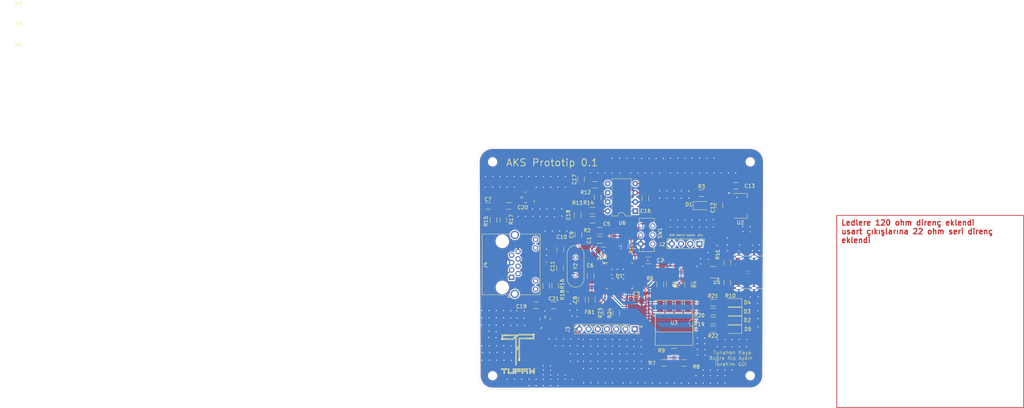
<source format=kicad_pcb>
(kicad_pcb (version 20240108) (generator "pcbnew") (generator_version "8.0")
  (layers (0 "F.Cu" signal) (31 "B.Cu" power) (34 "B.Paste" user) (35 "F.Paste" user) (36 "B.SilkS" user "B.Silkscreen") (37 "F.SilkS" user "F.Silkscreen") (38 "B.Mask" user) (39 "F.Mask" user) (44 "Edge.Cuts" user))
  (net 0 "")
  (net 1 "GND")
  (net 2 "+3V3")
  (net 3 "+3.3VA")
  (net 4 "/NRST")
  (net 5 "/HSE_OUT")
  (net 6 "+5V")
  (net 7 "/PWR_LED_K")
  (net 9 "Net-(J1-D+-PadA6)")
  (net 11 "Net-(J1-D--PadA7)")
  (net 12 "Net-(J1-CC2)")
  (net 13 "Net-(J1-CC1)")
  (net 14 "/SWDIO")
  (net 15 "/BOOT0")
  (net 16 "/SW_BOOT0")
  (net 17 "/M1")
  (net 18 "/USB_D-")
  (net 19 "/AUX")
  (net 20 "/USB_D+")
  (net 22 "/SWCLK")
  (net 23 "/SPI2_MOSI")
  (net 26 "/MAX485_ENB")
  (net 27 "/USART2_TXD")
  (net 28 "/OUTPUT_PB3")
  (net 29 "/USART2_RXD")
  (net 30 "/MAX485_D+")
  (net 31 "/USART1_TX")
  (net 32 "/SP2_MISO")
  (net 33 "/USART1_RX")
  (net 34 "/CAN_CS")
  (net 35 "/SP1_MISO")
  (net 36 "/OUTPUT_PB5")
  (net 37 "/USART3_RX")
  (net 38 "/USART3_TX")
  (net 39 "/M0")
  (net 40 "/OUTPUT_PB4")
  (net 41 "/OUTPUT_PC13")
  (net 42 "/SPI1_SCK")
  (net 43 "/OUTPUT_PB7")
  (net 44 "/SPI2_SCK")
  (net 45 "/SPI1_MOSI")
  (net 46 "Net-(C17-Pad1)")
  (net 47 "Net-(C18-Pad1)")
  (net 48 "Net-(U6-Rs)")
  (net 50 "/HSE_IN")
  (net 51 "/CAN_RXD")
  (net 52 "/CAN_TXD")
  (net 53 "/CAN_ETH-")
  (net 54 "/CAN_ETH+")
  (net 55 "/MAX485_D-")
  (net 62 "/PB1")
  (net 63 "/PB2")
  (net 64 "/PB12")
  (net 65 "/PA4")
  (net 66 "/ETH3")
  (net 67 "/ETH1")
  (net 68 "/ETH2")
  (net 69 "/ETH6")
  (net 70 "Net-(D2-A)")
  (net 71 "Net-(D3-A)")
  (net 72 "Net-(D4-A)")
  (net 73 "Net-(D5-A)")
  (net 74 "Net-(J3-Pin_4)")
  (net 75 "Net-(J3-Pin_3)")
  (footprint "LED_SMD:LED_1206_3216Metric" (layer "F.Cu") (at 199.4 86.73 180)
    (property "Reference" "D2")
    (property "Value" "LED")
  )
  (footprint "Capacitor_SMD:C_1206_3216Metric" (layer "F.Cu") (at 137.43 55.15)
    (property "Reference" "C20")
    (property "Value" "100nF")
  )
  (footprint "Connector_PinHeader_2.54mm:PinHeader_1x04_P2.54mm_Vertical" (layer "F.Cu") (at 190 65.595 -90)
    (property "Reference" "J2")
    (property "Value" "Conn_01x04_Pin")
  )
  (footprint "Capacitor_SMD:C_1206_3216Metric" (layer "F.Cu") (at 135.95 58.98 90)
    (property "Reference" "R17")
    (property "Value" "120R")
  )
  (footprint "Resistor_SMD:R_1206_3216Metric" (layer "F.Cu") (at 185.7 98.48)
    (property "Reference" "R8")
    (property "Value" "20K")
  )
  (footprint "Resistor_SMD:R_1206_3216Metric" (layer "F.Cu") (at 164.51 84.69 90)
    (property "Reference" "R23")
    (property "Value" "22R")
  )
  (footprint "Connector_RJ:RJ45_Amphenol_RJHSE538X" (layer "F.Cu") (at 138.22 74.848 90)
    (property "Reference" "J4")
    (property "Value" "RJ45")
  )
  (footprint "Capacitor_SMD:C_1206_3216Metric" (layer "F.Cu") (at 175.92 70.19)
    (property "Reference" "C2")
    (property "Value" "100n")
  )
  (footprint "MountingHole:MountingHole_2.1mm" (layer "F.Cu") (at 204 102)
    (property "Reference" "H1" (hide yes))
    (property "Value" "MountingHole")
  )
  (footprint "Resistor_SMD:R_1206_3216Metric" (layer "F.Cu") (at 193.76 84.31 180)
    (property "Reference" "R20")
    (property "Value" "330R")
  )
  (footprint "Capacitor_SMD:C_1206_3216Metric" (layer "F.Cu") (at 147.76 77.2 -90)
    (property "Reference" "R16")
    (property "Value" "120R")
  )
  (footprint "Capacitor_SMD:C_1206_3216Metric" (layer "F.Cu") (at 162.54 62.04 180)
    (property "Reference" "C5")
    (property "Value" "10u")
  )
  (footprint "Package_TO_SOT_SMD:SOT-223-3_TabPin2" (layer "F.Cu") (at 201.28 55.145)
    (property "Reference" "U2")
    (property "Value" "AMS1117-3.3" (hide yes))
  )
  (footprint "Capacitor_SMD:C_1206_3216Metric" (layer "F.Cu") (at 195.5 55 90)
    (property "Reference" "C12")
    (property "Value" "22u")
  )
  (footprint "Resistor_SMD:R_1206_3216Metric" (layer "F.Cu") (at 160.51 56.43 180)
    (property "Reference" "R13")
    (property "Value" "100R")
  )
  (footprint "Package_TO_SOT_SMD:SOT-23-6" (layer "F.Cu") (at 193.84 73.445 180)
    (property "Reference" "U5")
    (property "Value" "USBLC6-2SC6" (hide yes))
  )
  (footprint "Resistor_SMD:R_1206_3216Metric" (layer "F.Cu") (at 183.01 95.37 180)
    (property "Reference" "R9")
    (property "Value" "120R")
  )
  (footprint "Capacitor_SMD:C_1206_3216Metric" (layer "F.Cu") (at 133.26 58.98 90)
    (property "Reference" "R15")
    (property "Value" "120R")
  )
  (footprint "Connector_PinSocket_2.54mm:PinSocket_1x07_P2.54mm_Vertical" (layer "F.Cu") (at 172.14 89.135 -90)
    (property "Reference" "J3")
    (property "Value" "LORA_USART2_SOCKETS" (hide yes))
  )
  (footprint "Library:ESDS302" (layer "F.Cu") (at 142.0625 52.8 180)
    (property "Reference" "U4")
    (property "Value" "ESDS302DBVR")
  )
  (footprint "MountingHole:MountingHole_2.1mm" (layer "F.Cu") (at 2.375 13.875)
    (property "Reference" "H4")
    (property "Value" "MountingHole")
  )
  (footprint "Capacitor_SMD:C_1206_3216Metric" (layer "F.Cu") (at 150.26 77.18 -90)
    (property "Reference" "R18")
    (property "Value" "120R")
  )
  (footprint "Package_DIP:DIP-8_W7.62mm" (layer "F.Cu") (at 172.32 56.595 180)
    (property "Reference" "U6")
    (property "Value" "MCP2551-I-P")
  )
  (footprint "Resistor_SMD:R_1206_3216Metric" (layer "F.Cu") (at 193.78 86.75 180)
    (property "Reference" "R19")
    (property "Value" "330R")
  )
  (footprint "Capacitor_SMD:C_1206_3216Metric" (layer "F.Cu") (at 162.52 64.53 180)
    (property "Reference" "C1")
    (property "Value" "100n")
  )
  (footprint "Capacitor_SMD:C_1206_3216Metric" (layer "F.Cu") (at 157.62 81.01 90)
    (property "Reference" "C8")
    (property "Value" "1u")
  )
  (footprint "Capacitor_SMD:C_1206_3216Metric" (layer "F.Cu") (at 151.63 67.27 90)
    (property "Reference" "C10")
    (property "Value" "22pF")
  )
  (footprint "Resistor_SMD:R_1206_3216Metric" (layer "F.Cu") (at 169.33 66.38 -90)
    (property "Reference" "R1")
    (property "Value" "10k")
  )
  (footprint "Capacitor_SMD:C_1206_3216Metric" (layer "F.Cu") (at 151.59 72.36 90)
    (property "Reference" "C11")
    (property "Value" "22pF")
  )
  (footprint "Capacitor_SMD:C_1206_3216Metric" (layer "F.Cu") (at 175.11 53.04 -90)
    (property "Reference" "C16")
    (property "Value" "0.1uF")
  )
  (footprint "Library:USB-C" (layer "F.Cu") (at 203.87 73.44 90)
    (property "Reference" "J1")
    (property "Value" "USB_C_Receptacle_USB2.0_16P")
  )
  (footprint "Resistor_SMD:R_1206_3216Metric" (layer "F.Cu") (at 186.82 76.8 -90)
    (property "Reference" "R4")
    (property "Value" "10K")
  )
  (footprint "Resistor_SMD:R_1206_3216Metric" (layer "F.Cu") (at 179.2 76.7725 -90)
    (property "Reference" "R6")
    (property "Value" "10K")
  )
  (footprint "Resistor_SMD:R_1206_3216Metric" (layer "F.Cu") (at 180.26 98.47)
    (property "Reference" "R7")
    (property "Value" "20K")
  )
  (footprint "Capacitor_SMD:C_1206_3216Metric" (layer "F.Cu") (at 131.77 55.15 180)
    (property "Reference" "C7")
    (property "Value" "100nF")
  )
  (footprint "Resistor_SMD:R_1206_3216Metric" (layer "F.Cu") (at 167.07 84.74 90)
    (property "Reference" "R24")
    (property "Value" "22R")
  )
  (footprint "Resistor_SMD:R_1206_3216Metric" (layer "F.Cu") (at 181.8 76.775 -90)
    (property "Reference" "R5")
    (property "Value" "1OK")
  )
  (footprint "Resistor_SMD:R_1206_3216Metric" (layer "F.Cu") (at 161.21 49.34 180)
    (property "Reference" "R12")
    (property "Value" "100R")
  )
  (footprint "Capacitor_SMD:C_1206_3216Metric" (layer "F.Cu") (at 172.63 81.24)
    (property "Reference" "C3")
    (property "Value" "100n")
  )
  (footprint "Library:ESDS302" (layer "F.Cu") (at 147.45 86.4 90)
    (property "Reference" "U9")
    (property "Value" "ESDS302DBVR")
  )
  (footprint "Package_QFP:LQFP-48_7x7mm_P0.5mm" (layer "F.Cu") (at 167.9525 74.435)
    (property "Reference" "U1")
    (property "Value" "STM32F103C8T6" (hide yes))
  )
  (footprint "MountingHole:MountingHole_2.1mm" (layer "F.Cu") (at 2.375 2.375)
    (property "Reference" "H2")
    (property "Value" "MountingHole")
  )
  (footprint "MountingHole:MountingHole_2.1mm" (layer "F.Cu") (at 133 43)
    (property "Reference" "H1" (hide yes))
    (property "Value" "MountingHole")
  )
  (footprint "Resistor_SMD:R_1206_3216Metric" (layer "F.Cu") (at 161.96 52.795 90)
    (property "Reference" "R14")
    (property "Value" "120R")
  )
  (footprint "Capacitor_SMD:C_1206_3216Metric" (layer "F.Cu") (at 145 82.58 180)
    (property "Reference" "C19")
    (property "Value" "100nF")
  )
  (footprint "Resistor_SMD:R_1206_3216Metric" (layer "F.Cu") (at 197.72 70.7 90)
    (property "Reference" "R11")
    (property "Value" "5K1")
  )
  (footprint "Package_DIP:DIP-8_W8.89mm_SMDSocket_LongPads" (layer "F.Cu") (at 183 87.4 -90)
    (property "Reference" "U3")
    (property "Value" "MAX485E" (hide yes))
  )
  (footprint "Library:XTAL_HC49P488W43L1150T466H350" (layer "F.Cu") (at 155.85 71.81 90)
    (property "Reference" "Y2")
    (property "Value" "8 MHz")
  )
  (footprint "MountingHole:MountingHole_2.1mm" (layer "F.Cu") (at 204 43)
    (property "Reference" "H1" (hide yes))
    (property "Value" "MountingHole")
  )
  (footprint "LED_SMD:LED_1206_3216Metric" (layer "F.Cu") (at 199.37 89.21 180)
    (property "Reference" "D5")
    (property "Value" "LED")
  )
  (footprint "MountingHole:MountingHole_2.1mm" (layer "F.Cu") (at 2.375 8.125)
    (property "Reference" "H3")
    (property "Value" "MountingHole")
  )
  (footprint "Inductor_SMD:L_1206_3216Metric" (layer "F.Cu") (at 160.32 80.96 -90)
    (property "Reference" "FB1")
    (property "Value" "120R")
  )
  (footprint "Resistor_SMD:R_1206_3216Metric" (layer "F.Cu") (at 190.575 51.65)
    (property "Reference" "R3")
    (property "Value" "1k5")
  )
  (footprint "Capacitor_SMD:C_1206_3216Metric" (layer "F.Cu") (at 156.43 57.67 -90)
    (property "Reference" "C18")
    (property "Value" "560pF")
  )
  (footprint "Capacitor_SMD:C_1206_3216Metric" (layer "F.Cu") (at 157.39 47.86 90)
    (property "Reference" "C17")
    (property "Value" "560pF")
  )
  (footprint "Capacitor_SMD:C_1206_3216Metric" (layer "F.Cu") (at 160.01 74.53 90)
    (property "Reference" "C6")
    (property "Value" "10n")
  )
  (footprint "MountingHole:MountingHole_2.1mm" (layer "F.Cu") (at 133 102)
    (property "Reference" "H1" (hide yes))
    (property "Value" "MountingHole")
  )
  (footprint "Resistor_SMD:R_1206_3216Metric" (layer "F.Cu") (at 193.77 89.2 180)
    (property "Reference" "R22")
    (property "Value" "330R")
  )
  (footprint "LED_SMD:LED_1206_3216Metric" (layer "F.Cu") (at 199.42 84.3 180)
    (property "Reference" "D3")
    (property "Value" "LED")
  )
  (footprint "LED_SMD:LED_1206_3216Metric" (layer "F.Cu") (at 190.5175 55.07125)
    (property "Reference" "D1")
    (property "Value" "LED")
  )
  (footprint "Button_Switch_THT:SW_CK_JS202011CQN_DPDT_Straight" (layer "F.Cu") (at 173.83 65.645 90)
    (property "Reference" "SW1")
    (property "Value" "SW_SPDT")
  )
  (footprint "Capacitor_SMD:C_1206_3216Metric" (layer "F.Cu") (at 149.83 82.6)
    (property "Reference" "C21")
    (property "Value" "100nF")
  )
  (footprint "deneme:berserk" (layer "F.Cu") (at 129.18475 102.185436)
    (property "Reference" "G***" (hide yes))
    (property "Value" "LOGO" (hide yes))
  )
  (footprint "Capacitor_SMD:C_1206_3216Metric" (layer "F.Cu") (at 156.62 63.15 90)
    (property "Reference" "C9")
    (property "Value" "100n")
  )
  (footprint "Capacitor_SMD:C_1206_3216Metric" (layer "F.Cu") (at 163.55 67.43 180)
    (property "Reference" "C4")
    (property "Value" "100n")
  )
  (footprint "Resistor_SMD:R_1206_3216Metric" (layer "F.Cu") (at 193.76 81.86 180)
    (property "Reference" "R21")
    (property "Value" "330R")
  )
  (footprint "Resistor_SMD:R_1206_3216Metric" (layer "F.Cu") (at 160.51 58.98)
    (property "Reference" "R2")
    (property "Value" "47K")
  )
  (footprint "Capacitor_SMD:C_1206_3216Metric" (layer "F.Cu") (at 199.99 49.61 180)
    (property "Reference" "C13")
    (property "Value" "22u")
  )
  (footprint "Resistor_SMD:R_1206_3216Metric" (layer "F.Cu") (at 197.66 76.28 -90)
    (property "Reference" "R10")
    (property "Value" "5K1")
  )
  (footprint "LED_SMD:LED_1206_3216Metric" (layer "F.Cu") (at 199.4 81.85 180)
    (property "Reference" "D4")
    (property "Value" "LED")
  )
  (gr_arc (start 133.01 105.78) (mid 130.337136 104.672864) (end 129.23 102) (stroke (width 0.05)) (layer "Edge.Cuts"))
  (gr_line (start 204.02 38.96) (end 132.99 38.96) (stroke (width 0.05)) (layer "Edge.Cuts"))
  (gr_arc (start 128.97 42.98) (mid 130.147431 40.137431) (end 132.99 38.96) (stroke (width 0.05)) (layer "Edge.Cuts"))
  (gr_arc (start 207.77 101.97) (mid 206.674579 104.614579) (end 204.03 105.71) (stroke (width 0.05)) (layer "Edge.Cuts"))
  (gr_line (start 128.97 42.98) (end 129.23 102) (stroke (width 0.05)) (layer "Edge.Cuts"))
  (gr_line (start 133.01 105.78) (end 204.03 105.71) (stroke (width 0.05)) (layer "Edge.Cuts"))
  (gr_arc (start 204.02 38.96) (mid 206.834285 40.125715) (end 208 42.94) (stroke (width 0.05)) (layer "Edge.Cuts"))
  (gr_line (start 207.77 101.97) (end 208 42.94) (stroke (width 0.05)) (layer "Edge.Cuts"))
  (gr_text "M1" (at 170.7 88.73 0) (layer "F.SilkS") (effects (font (size 0.5 0.5) (thickness 0.08)) (justify left bottom)))
  (gr_text "TXD" (at 165.65 88.7 0) (layer "F.SilkS") (effects (font (size 0.5 0.5) (thickness 0.08)) (justify left bottom)))
  (gr_text "SWDIO" (at 186.39 63.55 0) (layer "F.SilkS") (effects (font (size 0.5 0.5) (thickness 0.08)) (justify left bottom)))
  (gr_text "3V3" (at 189.42 63.56 0) (layer "F.SilkS") (effects (font (size 0.5 0.5) (thickness 0.08)) (justify left bottom)))
  (gr_text "GND					" (at 157.86 88.76 0) (layer "F.SilkS") (effects (font (size 0.5 0.5) (thickness 0.08)) (justify left bottom)))
  (gr_text "Tunahan Kaya" (at 193.69 96.19 0) (layer "F.SilkS") (effects (font (size 1 1) (thickness 0.1)) (justify left bottom)))
  (gr_text "AKS Prototip 0.1\n" (at 136.59 44.36 0) (layer "F.SilkS") (effects (font (size 2 2) (thickness 0.2) (bold yes)) (justify left bottom)))
  (gr_text "AUX			" (at 162.92 88.69 0) (layer "F.SilkS") (effects (font (size 0.5 0.5) (thickness 0.08)) (justify left bottom)))
  (gr_text "M0	" (at 173.29 88.75 0) (layer "F.SilkS") (effects (font (size 0.5 0.5) (thickness 0.08)) (justify left bottom)))
  (gr_text "SWCLK" (at 183.59 63.5 0) (layer "F.SilkS") (effects (font (size 0.5 0.5) (thickness 0.08)) (justify left bottom)))
  (gr_text "3V3\n" (at 160.4 88.77 0) (layer "F.SilkS") (effects (font (size 0.5 0.5) (thickness 0.08)) (justify left bottom)))
  (gr_text "İbrahim Gül\n" (at 194.21 99.42 0) (layer "F.SilkS") (effects (font (size 1 1) (thickness 0.1)) (justify left bottom)))
  (gr_text "Buğra Alp Aydın\n" (at 192.57 97.71 0) (layer "F.SilkS") (effects (font (size 1 1) (thickness 0.1)) (justify left bottom)))
  (gr_text "RXD" (at 167.99 88.69 0) (layer "F.SilkS") (effects (font (size 0.5 0.5) (thickness 0.08)) (justify left bottom)))
  (gr_text "GND\n" (at 181.62 63.5 0) (layer "F.SilkS") (effects (font (size 0.5 0.5) (thickness 0.08)) (justify left bottom)))
  (gr_text_box "Ledlere 120 ohm direnç eklendi\nusart çıkışlarına 22 ohm seri direnç eklendi\n" (start 227.83 57.77) (end 279.36 110.78) (layer "F.Cu") (effects (font (size 1.5 1.5) (thickness 0.3) (bold yes)) (justify left top)) (border yes) (stroke (width 0.2)))
  (segment (start 198.515 49.61) (end 197.25 49.61) (width 0.2) (layer "F.Cu") (net 1))
  (segment (start 161.065 62.04) (end 160.03 62.04) (width 0.2) (layer "F.Cu") (net 1))
  (segment (start 147.45 86.84) (end 147.46 86.83) (width 0.3) (layer "F.Cu") (net 1))
  (segment (start 170.2025 79.9475) (end 170.2025 78.5975) (width 0.2) (layer "F.Cu") (net 1))
  (segment (start 159.0475 58.98) (end 160.39 58.98) (width 0.2) (layer "F.Cu") (net 1))
  (segment (start 143.3175 52.8) (end 142.29 52.8) (width 0.2) (layer "F.Cu") (net 1))
  (segment (start 162.075 67.43) (end 163.29 67.43) (width 0.2) (layer "F.Cu") (net 1))
  (segment (start 200.19 70.3) (end 201.1 70.3) (width 0.2) (layer "F.Cu") (net 1))
  (segment (start 143.525 82.58) (end 144.91 82.58) (width 0.2) (layer "F.Cu") (net 1))
  (segment (start 163.79 75.185) (end 165.215 75.185) (width 0.2) (layer "F.Cu") (net 1))
  (segment (start 201.24 82.13) (end 201.25 82.14) (width 0.3) (layer "F.Cu") (net 1))
  (segment (start 177.275 91.845) (end 177.27 91.84) (width 0.3) (layer "F.Cu") (net 1))
  (segment (start 160.01 73.055) (end 158.625 73.055) (width 0.2) (layer "F.Cu") (net 1))
  (segment (start 197.25 49.61) (end 197.24 49.62) (width 0.2) (layer "F.Cu") (net 1))
  (segment (start 200.19 76.7) (end 199.475 76.7) (width 0.2) (layer "F.Cu") (net 1))
  (segment (start 156.43 59.145) (end 155.005 59.145) (width 0.2) (layer "F.Cu") (net 1))
  (segment (start 147.45 88.67) (end 147.48 88.7) (width 0.3) (layer "F.Cu") (net 1))
  (segment (start 147.45 87.655) (end 147.45 86.84) (width 0.3) (layer "F.Cu") (net 1))
  (segment (start 200.32 52.77) (end 200.2 52.84) (width 0.2) (layer "F.Cu") (net 1))
  (segment (start 170.785 54.055) (end 170.78 54.05) (width 0.2) (layer "F.Cu") (net 1))
  (segment (start 201.25 84.26) (end 201.26 84.27) (width 0.3) (layer "F.Cu") (net 1))
  (segment (start 161.045 64.53) (end 160.21 64.53) (width 0.2) (layer "F.Cu") (net 1))
  (segment (start 151.305 82.6) (end 150.35 82.6) (width 0.2) (layer "F.Cu") (net 1))
  (segment (start 187.1625 98.48) (end 188.34 98.48) (width 0.3) (layer "F.Cu") (net 1))
  (segment (start 165.7025 70.2725) (end 165.7025 71.6525) (width 0.2) (layer "F.Cu") (net 1))
  (segment (start 153.025 70.885) (end 153.03 70.88) (width 0.2) (layer "F.Cu") (net 1))
  (segment (start 157.39 45.39) (end 157.38 45.38) (width 0.2) (layer "F.Cu") (net 1))
  (segment (start 165.215 75.185) (end 165.22 75.18) (width 0.2) (layer "F.Cu") (net 1))
  (segment (start 174.37 71.8) (end 174.28 71.93) (width 0.2) (layer "F.Cu") (net 1))
  (segment (start 182.38 65.595) (end 182.38 63.72) (width 0.2) (layer "F.Cu") (net 1))
  (segment (start 174.025 72.185) (end 174.37 71.8) (width 0.2) (layer "F.Cu") (net 1))
  (segment (start 155.005 59.145) (end 155 59.15) (width 0.2) (layer "F.Cu") (net 1))
  (segment (start 194.9775 73.445) (end 196.205 73.445) (width 0.2) (layer "F.Cu") (net 1))
  (segment (start 174.65 54.055) (end 175.11 54.515) (width 0.2) (layer "F.Cu") (net 1))
  (segment (start 178.49 70.19) (end 178.51 70.21) (width 0.2) (layer "F.Cu") (net 1))
  (segment (start 172.32 54.055) (end 174.65 54.055) (width 0.2) (layer "F.Cu") (net 1))
  (segment (start 175.11 55.85) (end 175.12 55.86) (width 0.2) (layer "F.Cu") (net 1))
  (segment (start 155.165 61.675) (end 155.15 61.66) (width 0.2) (layer "F.Cu") (net 1))
  (segment (start 163.33 67.43) (end 163.31 67.43) (width 0.2) (layer "F.Cu") (net 1))
  (segment (start 198.13 52.845) (end 200.195 52.845) (width 0.2) (layer "F.Cu") (net 1))
  (segment (start 142.29 52.8) (end 142.28 52.79) (width 0.2) (layer "F.Cu") (net 1))
  (segment (start 200.77 69.18) (end 200.77 68.555) (width 0.2) (layer "F.Cu") (net 1))
  (segment (start 163.63 67.41) (end 163.33 67.43) (width 0.2) (layer "F.Cu") (net 1))
  (segment (start 200.195 52.845) (end 200.32 52.77) (width 0.2) (layer "F.Cu") (net 1))
  (segment (start 165.7025 71.6525) (end 165.73 71.68) (width 0.2) (layer "F.Cu") (net 1))
  (segment (start 151.59 70.885) (end 153.025 70.885) (width 0.2) (layer "F.Cu") (net 1))
  (segment (start 173.83 65.645) (end 173.83 65.865) (width 0.3) (layer "F.Cu") (net 1))
  (segment (start 206.22 69.18) (end 206.225 69.175) (width 0.2) (layer "F.Cu") (net 1))
  (segment (start 172.32 54.055) (end 170.785 54.055) (width 0.2) (layer "F.Cu") (net 1))
  (segment (start 169.94 80.965) (end 169.94 80.21) (width 0.2) (layer "F.Cu") (net 1))
  (segment (start 157.62 79.535) (end 157.62 80.52) (width 0.2) (layer "F.Cu") (net 1))
  (segment (start 177.275 91.845) (end 179.19 91.845) (width 0.3) (layer "F.Cu") (net 1))
  (segment (start 173.505 72.185) (end 174.025 72.185) (width 0.2) (layer "F.Cu") (net 1))
  (segment (start 206.02 77.82) (end 206.025 77.825) (width 0.2) (layer "F.Cu") (net 1))
  (segment (start 163.29 67.43) (end 163.63 67.41) (width 0.2) (layer "F.Cu") (net 1))
  (segment (start 173.83 65.645) (end 173.83 67.12) (width 0.3) (layer "F.Cu") (net 1))
  (segment (start 147.45 87.655) (end 147.45 88.67) (width 0.3) (layer "F.Cu") (net 1))
  (segment (start 150.35 82.6) (end 150.34 82.59) (width 0.2) (layer "F.Cu") (net 1))
  (segment (start 156.62 61.675) (end 155.165 61.675) (width 0.2) (layer "F.Cu") (net 1))
  (segment (start 188.34 98.48) (end 188.35 98.49) (width 0.3) (layer "F.Cu") (net 1))
  (segment (start 175.11 54.515) (end 175.11 55.85) (width 0.2) (layer "F.Cu") (net 1))
  (segment (start 194.9775 73.445) (end 194.435 73.445) (width 0.2) (layer "F.Cu") (net 1))
  (segment (start 169.94 80.21) (end 170.2025 79.9475) (width 0.2) (layer "F.Cu") (net 1))
  (segment (start 204.94 77.82) (end 206.02 77.82) (width 0.2) (layer "F.Cu") (net 1))
  (segment (start 172.115 72.185) (end 173.505 72.185) (width 0.2) (layer "F.Cu") (net 1))
  (segment (start 151.63 65.795) (end 151.63 64.82) (width 0.2) (layer "F.Cu") (net 1))
  (via (at 133.02 47) (size 0.6) (drill 0.3) (layers "F.Cu" "B.Cu") (net 1))
  (via (at 147.99 55.98) (size 0.6) (drill 0.3) (layers "F.Cu" "B.Cu") (net 1))
  (via (at 147.98 58.1) (size 0.6) (drill 0.3) (layers "F.Cu" "B.Cu") (net 1))
  (via (at 149.99 55.98) (size 0.6) (drill 0.3) (layers "F.Cu" "B.Cu") (net 1))
  (via (at 141.73 86.15) (size 0.6) (drill 0.3) (layers "F.Cu" "B.Cu") (net 1))
  (via (at 156.63 91.89) (size 0.6) (drill 0.3) (layers "F.Cu" "B.Cu") (net 1))
  (via (at 144.99 50) (size 0.6) (drill 0.3) (layers "F.Cu" "B.Cu") (net 1))
  (via (at 133.98 88.05) (size 0.6) (drill 0.3) (layers "F.Cu" "B.Cu") (net 1))
  (via (at 191.02 104.03) (size 0.6) (drill 0.3) (layers "F.Cu" "B.Cu") (net 1))
  (via (at 192.04 46.03) (size 0.6) (drill 0.3) (layers "F.Cu" "B.Cu") (net 1))
  (via (at 165.84 72.68) (size 0.6) (drill 0.3) (layers "F.Cu" "B.Cu") (net 1))
  (via (at 131.02 47) (size 0.6) (drill 0.3) (layers "F.Cu" "B.Cu") (net 1))
  (via (at 189.41 91.58) (size 0.6) (drill 0.3) (layers "F.Cu" "B.Cu") (net 1))
  (via (at 147.01 104.73) (size 0.6) (drill 0.3) (layers "F.Cu" "B.Cu") (net 1))
  (via (at 176.07 42.05) (size 0.6) (drill 0.3) (layers "F.Cu" "B.Cu") (net 1))
  (via (at 131.97 89.75) (size 0.6) (drill 0.3) (layers "F.Cu" "B.Cu") (net 1))
  (via (at 138.25 95.58) (size 0.6) (drill 0.3) (layers "F.Cu" "B.Cu") (net 1))
  (via (at 142.96 47.03) (size 0.6) (drill 0.3) (layers "F.Cu" "B.Cu") (net 1))
  (via (at 144.96 47.03) (size 0.6) (drill 0.3) (layers "F.Cu" "B.Cu") (net 1))
  (via (at 170.99 103.98) (size 0.6) (drill 0.3) (layers "F.Cu" "B.Cu") (net 1))
  (via (at 163.34 70.48) (size 0.6) (drill 0.3) (layers "F.Cu" "B.Cu") (net 1))
  (via (at 152.28 93.73) (size 0.6) (drill 0.3) (layers "F.Cu" "B.Cu") (net 1))
  (via (at 152.04 55.95) (size 0.6) (drill 0.3) (layers "F.Cu" "B.Cu") (net 1))
  (via (at 173.93 92.08) (size 0.6) (drill 0.3) (layers "F.Cu" "B.Cu") (net 1))
  (via (at 157.96 91.99) (size 0.6) (drill 0.3) (layers "F.Cu" "B.Cu") (net 1))
  (via (at 137.02 47) (size 0.6) (drill 0.3) (layers "F.Cu" "B.Cu") (net 1))
  (via (at 140.06 58.03) (size 0.6) (drill 0.3) (layers "F.Cu" "B.Cu") (net 1))
  (via (at 157.99 93.86) (size 0.6) (drill 0.3) (layers "F.Cu" "B.Cu") (net 1))
  (via (at 146.99 103) (size 0.6) (drill 0.3) (layers "F.Cu" "B.Cu") (net 1))
  (via (at 160.06 96) (size 0.6) (drill 0.3) (layers "F.Cu" "B.Cu") (net 1))
  (via (at 172.23 66.98) (size 0.6) (drill 0.3) (layers "F.Cu" "B.Cu") (net 1))
  (via (at 169.97 92.08) (size 0.6) (drill 0.3) (layers "F.Cu" "B.Cu") (net 1))
  (via (at 161.96 46.02) (size 0.6) (drill 0.3) (layers "F.Cu" "B.Cu") (net 1))
  (via (at 204.57 66.06) (size 0.6) (drill 0.3) (layers "F.Cu" "B.Cu") (net 1))
  (via (at 182 46.02) (size 0.6) (drill 0.3) (layers "F.Cu" "B.Cu") (net 1))
  (via (at 132.04 86.02) (size 0.6) (drill 0.3) (layers "F.Cu" "B.Cu") (net 1))
  (via (at 190.04 46.03) (size 0.6) (drill 0.3) (layers "F.Cu" "B.Cu") (net 1))
  (via (at 156.29 83.89) (size 0.6) (drill 0.3) (layers "F.Cu" "B.Cu") (net 1))
  (via (at 130.05 93.75) (size 0.6) (drill 0.3) (layers "F.Cu" "B.Cu") (net 1))
  (via (at 200.32 52.77) (size 0.6) (drill 0.3) (layers "F.Cu" "B.Cu") (net 1))
  (via (at 178.07 42.05) (size 0.6) (drill 0.3) (layers "F.Cu" "B.Cu") (net 1))
  (via (at 185.99 58.96) (size 0.6) (drill 0.3) (layers "F.Cu" "B.Cu") (net 1))
  (via (at 153.02 103) (size 0.6) (drill 0.3) (layers "F.Cu" "B.Cu") (net 1))
  (via (at 137.99 88.1) (size 0.6) (drill 0.3) (layers "F.Cu" "B.Cu") (net 1))
  (via (at 132.13 97.71) (size 0.6) (drill 0.3) (layers "F.Cu" "B.Cu") (net 1))
  (via (at 172.99 103.98) (size 0.6) (drill 0.3) (layers "F.Cu" "B.Cu") (net 1))
  (via (at 165.98 95.98) (size 0.6) (drill 0.3) (layers "F.Cu" "B.Cu") (net 1))
  (via (at 168.06 46.04) (size 0.6) (drill 0.3) (layers "F.Cu" "B.Cu") (net 1))
  (via (at 164.04 100.02) (size 0.6) (drill 0.3) (layers "F.Cu" "B.Cu") (net 1))
  (via (at 144.06 58.03) (size 0.6) (drill 0.3) (layers "F.Cu" "B.Cu") (net 1))
  (via (at 203.94 60.88) (size 0.6) (drill 0.3) (layers "F.Cu" "B.Cu") (net 1))
  (via (at 145.99 55.98) (size 0.6) (drill 0.3) (layers "F.Cu" "B.Cu") (net 1))
  (via (at 132.19 95.56) (size 0.6) (drill 0.3) (layers "F.Cu" "B.Cu") (net 1))
  (via (at 147.02 47) (size 0.6) (drill 0.3) (layers "F.Cu" "B.Cu") (net 1))
  (via (at 206.2 86.25) (size 0.6) (drill 0.3) (layers "F.Cu" "B.Cu") (net 1))
  (via (at 131.01 49.98) (size 0.6) (drill 0.3) (layers "F.Cu" "B.Cu") (net 1))
  (via (at 181.07 104.01) (size 0.6) (drill 0.3) (layers "F.Cu" "B.Cu") (net 1))
  (via (at 193.84 60.98) (size 0.6) (drill 0.3) (layers "F.Cu" "B.Cu") (net 1))
  (via (at 190.03 41.99) (size 0.6) (drill 0.3) (layers "F.Cu" "B.Cu") (net 1))
  (via (at 134.02 84) (size 0.6) (drill 0.3) (layers "F.Cu" "B.Cu") (net 1))
  (via (at 139.72 86.1) (size 0.6) (drill 0.3) (layers "F.Cu" "B.Cu") (net 1))
  (via (at 133.95 91.52) (size 0.6) (drill 0.3) (layers "F.Cu" "B.Cu") (net 1))
  (via (at 175.75 70.21) (size 0.6) (drill 0.3) (layers "F.Cu" "B.Cu") (net 1))
  (via (at 149.46 62.08) (size 0.6) (drill 0.3) (layers "F.Cu" "B.Cu") (net 1))
  (via (at 145.01 104.73) (size 0.6) (drill 0.3) (layers "F.Cu" "B.Cu") (net 1))
  (via (at 137.01 49.98) (size 0.6) (drill 0.3) (layers "F.Cu" "B.Cu") (net 1))
  (via (at 139.02 102.99) (size 0.6) (drill 0.3) (layers "F.Cu" "B.Cu") (net 1))
  (via (at 194.04 46.03) (size 0.6) (drill 0.3) (layers "F.Cu" "B.Cu") (net 1))
  (via (at 200.99 67.61) (size 0.6) (drill 0.3) (layers "F.Cu" "B.Cu") (net 1))
  (via (at 167.93 93.9) (size 0.6) (drill 0.3) (layers "F.Cu" "B.Cu") (net 1))
  (via (at 190.02 59.04) (size 0.6) (drill 0.3) (layers "F.Cu" "B.Cu") (net 1))
  (via (at 140.96 47.03) (size 0.6) (drill 0.3) (layers "F.Cu" "B.Cu") (net 1))
  (via (at 201.98 62.24) (size 0.6) (drill 0.3) (layers "F.Cu" "B.Cu") (net 1))
  (via (at 173.01 46.04) (size 0.6) (drill 0.3) (layers "F.Cu" "B.Cu") (net 1))
  (via (at 142.06 58.03) (size 0.6) (drill 0.3) (layers "F.Cu" "B.Cu") (net 1))
  (via (at 177.01 46.04) (size 0.6) (drill 0.3) (layers "F.Cu" "B.Cu") (net 1))
  (via (at 167.4 74.12) (size 0.6) (drill 0.3) (layers "F.Cu" "B.Cu") (net 1))
  (via (at 141.66 84.15) (size 0.6) (drill 0.3) (layers "F.Cu" "B.Cu") (net 1))
  (via (at 168.99 103.98) (size 0.6) (drill 0.3) (layers "F.Cu" "B.Cu") (net 1))
  (via (at 194.84 66.06) (size 0.6) (drill 0.3) (layers "F.Cu" "B.Cu") (net 1))
  (via (at 183.01 53.01) (size 0.6) (drill 0.3) (layers "F.Cu" "B.Cu") (net 1))
  (via (at 187.97 61.01) (size 0.6) (drill 0.3) (layers "F.Cu" "B.Cu") (net 1))
  (via (at 158 98.01) (size 0.6) (drill 0.3) (layers "F.Cu" "B.Cu") (net 1))
  (via (at 147.44 86.03) (size 0.6) (drill 0.3) (layers "F.Cu" "B.Cu") (net 1))
  (via (at 183.99 58.96) (size 0.6) (drill 0.3) (layers "F.Cu" "B.Cu") (net 1))
  (via (at 159.99 93.86) (size 0.6) (drill 0.3) (layers "F.Cu" "B.Cu") (net 1))
  (via (at 167.96 92.03) (size 0.6) (drill 0.3) (layers "F.Cu" "B.Cu") (net 1))
  (via (at 166.05 93.88) (size 0.6) (drill 0.3) (layers "F.Cu" "B.Cu") (net 1))
  (via (at 160.04 100.02) (size 0.6) (drill 0.3) (layers "F.Cu" "B.Cu") (net 1))
  (via (at 165.96 46.02) (size 0.6) (drill 0.3) (layers "F.Cu" "B.Cu") (net 1))
  (via (at 189.42 93.15) (size 0.6) (drill 0.3) (layers "F.Cu" "B.Cu") (net 1))
  (via (at 204 80.3) (size 0.6) (drill 0.3) (layers "F.Cu" "B.Cu") (net 1))
  (via (at 174.99 103.98) (size 0.6) (drill 0.3) (layers "F.Cu" "B.Cu") (net 1))
  (via (at 171.01 46.04) (size 0.6) (drill 0.3) (layers "F.Cu" "B.Cu") (net 1))
  (via (at 138.96 47.03) (size 0.6) (drill 0.3) (layers "F.Cu" "B.Cu") (net 1))
  (via (at 152.99 101.79) (size 0.6) (drill 0.3) (layers "F.Cu" "B.Cu") (net 1))
  (via (at 174.02 100.03) (size 0.6) (drill 0.3) (layers "F.Cu" "B.Cu") (net 1))
  (via (at 159.96 91.99) (size 0.6) (drill 0.3) (layers "F.Cu" "B.Cu") (net 1))
  (via (at 201.93 60.83) (size 0.6) (drill 0.3) (layers "F.Cu" "B.Cu") (net 1))
  (via (at 154.45 95.96) (size 0.6) (drill 0.3) (layers "F.Cu" "B.Cu") (net 1))
  (via (at 183.03 51) (size 0.6) (drill 0.3) (layers "F.Cu" "B.Cu") (net 1))
  (via (at 174.07 42.05) (size 0.6) (drill 0.3) (layers "F.Cu" "B.Cu") (net 1))
  (via (at 186.02 41.99) (size 0.6) (drill 0.3) (layers "F.Cu" "B.Cu") (net 1))
  (via (at 168.02 98.01) (size 0.6) (drill 0.3) (layers "F.Cu" "B.Cu") (net 1))
  (via (at 172.02 98.01) (size 0.6) (drill 0.3) (layers "F.Cu" "B.Cu") (net 1))
  (via (at 181.03 51) (size 0.6) (drill 0.3) (layers "F.Cu" "B.Cu") (net 1))
  (via (at 200.98 94.01) (size 0.6) (drill 0.3) (layers "F.Cu" "B.Cu") (net 1))
  (via (at 158.04 100.02) (size 0.6) (drill 0.3) (layers "F.Cu" "B.Cu") (net 1))
  (via (at 132.05 93.75) (size 0.6) (drill 0.3) (layers "F.Cu" "B.Cu") (net 1))
  (via (at 134.04 86.02) (size 0.6) (drill 0.3) (layers "F.Cu" "B.Cu") (net 1))
  (via (at 167.39 72.63) (size 0.6) (drill 0.3) (layers "F.Cu" "B.Cu") (net 1))
  (via (at 147.87 70.64) (size 0.6) (drill 0.3) (layers "F.Cu" "B.Cu") (net 1))
  (via (at 171.92 93.96) (size 0.6) (drill 0.3) (layers "F.Cu" "B.Cu") (net 1))
  (via (at 173.93 94.01) (size 0.6) (drill 0.3) (layers "F.Cu" "B.Cu") (net 1))
  (via (at 137.02 102.99) (size 0.6) (drill 0.3) (layers "F.Cu" "B.Cu") (net 1))
  (via (at 171.98 42.02) (size 0.6) (drill 0.3) (layers "F.Cu" "B.Cu") (net 1))
  (via (at 168.02 100.02) (size 0.6) (drill 0.3) (layers "F.Cu" "B.Cu") (net 1))
  (via (at 189.46 94.75) (size 0.6) (drill 0.3) (layers "F.Cu" "B.Cu") (net 1))
  (via (at 134.05 93.75) (size 0.6) (drill 0.3) (layers "F.Cu" "B.Cu") (net 1))
  (via (at 136.04 86.02) (size 0.6) (drill 0.3) (layers "F.Cu" "B.Cu") (net 1))
  (via (at 202.99 92.01) (size 0.6) (drill 0.3) (layers "F.Cu" "B.Cu") (net 1))
  (via (at 167.89 66.27) (size 0.6) (drill 0.3) (layers "F.Cu" "B.Cu") (net 1))
  (via (at 153.05 50.01) (size 0.6) (drill 0.3) (layers "F.Cu" "B.Cu") (net 1))
  (via (at 195.02 104.05) (size 0.6) (drill 0.3) (layers "F.Cu" "B.Cu") (net 1))
  (via (at 206.47 67.44) (size 0.6) (drill 0.3) (layers "F.Cu" "B.Cu") (net 1))
  (via (at 146.96 101.74) (size 0.6) (drill 0.3) (layers "F.Cu" "B.Cu") (net 1))
  (via (at 156.03 82.12) (size 0.6) (drill 0.3) (layers "F.Cu" "B.Cu") (net 1))
  (via (at 152.12 57.94) (size 0.6) (drill 0.3) (layers "F.Cu" "B.Cu") (net 1))
  (via (at 138.19 97.73) (size 0.6) (drill 0.3) (layers "F.Cu" "B.Cu") (net 1))
  (via (at 179.02 46.05) (size 0.6) (drill 0.3) (layers "F.Cu" "B.Cu") (net 1))
  (via (at 190.02 61.04) (size 0.6) (drill 0.3) (layers "F.Cu" "B.Cu") (net 1))
  (via (at 185.03 51) (size 0.6) (drill 0.3) (layers "F.Cu" "B.Cu") (net 1))
  (via (at 193.84 58.94) (size 0.6) (drill 0.3) (layers "F.Cu" "B.Cu") (net 1))
  (via (at 191.43 93.2) (size 0.6) (drill 0.3) (layers "F.Cu" "B.Cu") (net 1))
  (via (at 175.01 46.04) (size 0.6) (drill 0.3) (layers "F.Cu" "B.Cu") (net 1))
  (via (at 206.18 88.5) (size 0.6) (drill 0.3) (layers "F.Cu" "B.Cu") (net 1))
  (via (at 193.01 101.99) (size 0.6) (drill 0.3) (layers "F.Cu" "B.Cu") (net 1))
  (via (at 134.13 97.71) (size 0.6) (drill 0.3) (layers "F.Cu" "B.Cu") (net 1))
  (via (at 147.39 84.16) (size 0.6) (drill 0.3) (layers "F.Cu" "B.Cu") (net 1))
  (via (at 156.46 96.01) (size 0.6) (drill 0.3) (layers "F.Cu" "B.Cu") (net 1))
  (via (at 164.07 103.96) (size 0.6) (drill 0.3) (layers "F.Cu" "B.Cu") (net 1))
  (via (at 147.88 67.07) (size 0.6) (drill 0.3) (layers "F.Cu" "B.Cu") (net 1))
  (via (at 166.05 104) (size 0.6) (drill 0.3) (layers "F.Cu" "B.Cu") (net 1))
  (via (at 156.27 85.64) (size 0.6) (drill 0.3) (layers "F.Cu" "B.Cu") (net 1))
  (via (at 132.02 84) (size 0.6) (drill 0.3) (layers "F.Cu" "B.Cu") (net 1))
  (via (at 184.02 41.99) (size 0.6) (drill 0.3) (layers "F.Cu" "B.Cu") (net 1))
  (via (at 151.07 104.75) (size 0.6) (drill 0.3) (layers "F.Cu" "B.Cu") (net 1))
  (via (at 170.02 100.02) (size 0.6) (drill 0.3) (layers "F.Cu" "B.Cu") (net 1))
  (via (at 158.07 103.96) (size 0.6) (drill 0.3) (layers "F.Cu" "B.Cu") (net 1))
  (via (at 151.46 62.08) (size 0.6) (drill 0.3) (layers "F.Cu" "B.Cu") (net 1))
  (via (at 191.01 101.99) (size 0.6) (drill 0.3) (layers "F.Cu" "B.Cu") (net 1))
  (via (at 206.06 82.09) (size 0.6) (drill 0.3) (layers "F.Cu" "B.Cu") (net 1))
  (via (at 166.03 75.23) (size 0.6) (drill 0.3) (layers "F.Cu" "B.Cu") (net 1))
  (via (at 138.11 93.77) (size 0.6) (drill 0.3) (layers "F.Cu" "B.Cu") (net 1))
  (via (at 179.07 104.01) (size 0.6) (drill 0.3) (layers "F.Cu" "B.Cu") (net 1))
  (via (at 198 46.02) (size 0.6) (drill 0.3) (layers "F.Cu" "B.Cu") (net 1))
  (via (at 190.3 69.65) (size 0.6) (drill 0.3) (layers "F.Cu" "B.Cu") (net 1))
  (via (at 130.02 84) (size 0.6) (drill 0.3) (layers "F.Cu" "B.Cu") (net 1))
  (via (at 195.02 100.42) (size 0.6) (drill 0.3) (layers "F.Cu" "B.Cu") (net 1))
  (via (at 199 92.02) (size 0.6) (drill 0.3) (layers "F.Cu" "B.Cu") (net 1))
  (via (at 146.96 100.43) (size 0.6) (drill 0.3) (layers "F.Cu" "B.Cu") (net 1))
  (via (at 197.79 67.53) (size 0.6) (drill 0.3) (layers "F.Cu" "B.Cu") (net 1))
  (via (at 130.13 97.71) (size 0.6) (drill 0.3) (layers "F.Cu" "B.Cu") (net 1))
  (via (at 154.28 93.73) (size 0.6) (drill 0.3) (layers "F.Cu" "B.Cu") (net 1))
  (via (at 199.05 100.4) (size 0.6) (drill 0.3) (layers "F.Cu" "B.Cu") (net 1))
  (via (at 164 98.01) (size 0.6) (drill 0.3) (layers "F.Cu" "B.Cu") (net 1))
  (via (at 200 46.02) (size 0.6) (drill 0.3) (layers "F.Cu" "B.Cu") (net 1))
  (via (at 154.33 83.94) (size 0.6) (drill 0.3) (layers "F.Cu" "B.Cu") (net 1))
  (via (at 171.98 95.98) (size 0.6) (drill 0.3) (layers "F.Cu" "B.Cu") (net 1))
  (via (at 183.97 61.01) (size 0.6) (drill 0.3) (layers "F.Cu" "B.Cu") (net 1))
  (via (at 160.07 103.96) (size 0.6) (drill 0.3) (layers "F.Cu" "B.Cu") (net 1))
  (via (at 192.46 69.92) (size 0.6) (drill 0.3) (layers "F.Cu" "B.Cu") (net 1))
  (via (at 163.96 46.02) (size 0.6) (drill 0.3) (layers "F.Cu" "B.Cu") (net 1))
  (via (at 135.01 49.98) (size 0.6) (drill 0.3) (layers "F.Cu" "B.Cu") (net 1))
  (via (at 189.35 71.86) (size 0.6) (drill 0.3) (layers "F.Cu" "B.Cu") (net 1))
  (via (at 189.49 96.27) (size 0.6) (drill 0.3) (layers "F.Cu" "B.Cu") (net 1))
  (via (at 140.84 52.81) (size 0.6) (drill 0.3) (layers "F.Cu" "B.Cu") (net 1))
  (via (at 180.17 70.14) (size 0.6) (drill 0.3) (layers "F.Cu" "B.Cu") (net 1))
  (via (at 195.01 101.99) (size 0.6) (drill 0.3) (layers "F.Cu" "B.Cu") (net 1))
  (via (at 177.07 104.01) (size 0.6) (drill 0.3) (layers "F.Cu" "B.Cu") (net 1))
  (via (at 154.88 85.61) (size 0.6) (drill 0.3) (layers "F.Cu" "B.Cu") (net 1))
  (via (at 155.02 103) (size 0.6) (drill 0.3) (layers "F.Cu" "B.Cu") (net 1))
  (via (at 203.99 62.29) (size 0.6) (drill 0.3) (layers "F.Cu" "B.Cu") (net 1))
  (via (at 151.04 46.99) (size 0.6) (drill 0.3) (layers "F.Cu" "B.Cu") (net 1))
  (via (at 148.97 100.48) (size 0.6) (drill 0.3) (layers "F.Cu" "B.Cu") (net 1))
  (via (at 149.01 104.73) (size 0.6) (drill 0.3) (layers "F.Cu" "B.Cu") (net 1))
  (via (at 136.13 97.71) (size 0.6) (drill 0.3) (layers "F.Cu" "B.Cu") (net 1))
  (via (at 131.94 91.47) (size 0.6) (drill 0.3) (layers "F.Cu" "B.Cu") (net 1))
  (via (at 197 92.02) (size 0.6) (drill 0.3) (layers "F.Cu" "B.Cu") (net 1))
  (via (at 174.02 96.03) (size 0.6) (drill 0.3) (layers "F.Cu" "B.Cu") (net 1))
  (via (at 131.98 88.05) (size 0.6) (drill 0.3) (layers "F.Cu" "B.Cu") (net 1))
  (via (at 198.98 94.01) (size 0.6) (drill 0.3) (layers "F.Cu" "B.Cu") (net 1))
  (via (at 143.99 55.98) (size 0.6) (drill 0.3) (layers "F.Cu" "B.Cu") (net 1))
  (via (at 146.06 58.03) (size 0.6) (drill 0.3) (layers "F.Cu" "B.Cu") (net 1))
  (via (at 197.02 104.05) (size 0.6) (drill 0.3) (layers "F.Cu" "B.Cu") (net 1))
  (via (at 166.02 100.02) (size 0.6) (drill 0.3) (layers "F.Cu" "B.Cu") (net 1))
  (via (at 138.99 50) (size 0.6) (drill 0.3) (layers "F.Cu" "B.Cu") (net 1))
  (via (at 152.57 91.87) (size 0.6) (drill 0.3) (layers "F.Cu" "B.Cu") (net 1))
  (via (at 135.98 88.05) (size 0.6) (drill 0.3) (layers "F.Cu" "B.Cu") (net 1))
  (via (at 137.99 84.1) (size 0.6) (drill 0.3) (layers "F.Cu" "B.Cu") (net 1))
  (via (at 169.09 74.11) (size 0.6) (drill 0.3) (layers "F.Cu" "B.Cu") (net 1))
  (via (at 191.5 96.32) (size 0.6) (drill 0.3) (layers "F.Cu" "B.Cu") (net 1))
  (via (at 167.98 42.02) (size 0.6) (drill 0.3) (layers "F.Cu" "B.Cu") (net 1))
  (via (at 165.8 74.12) (size 0.6) (drill 0.3) (layers "F.Cu" "B.Cu") (net 1))
  (via (at 169.01 72.59) (size 0.6) (drill 0.3) (layers "F.Cu" "B.Cu") (net 1))
  (via (at 187.05 53.01) (size 0.6) (drill 0.3) (layers "F.Cu" "B.Cu") (net 1))
  (via (at 163.99 93.86) (size 0.6) (drill 0.3) (layers "F.Cu" "B.Cu") (net 1))
  (via (at 193.02 104.05) (size 0.6) (drill 0.3) (layers "F.Cu" "B.Cu") (net 1))
  (via (at 139.65 84.1) (size 0.6) (drill 0.3) (layers "F.Cu" "B.Cu") (net 1))
  (via (at 139.79 88.1) (size 0.6) (drill 0.3) (layers "F.Cu" "B.Cu") (net 1))
  (via (at 169.11 75.31) (size 0.6) (drill 0.3) (layers "F.Cu" "B.Cu") (net 1))
  (via (at 189.02 104.03) (size 0.6) (drill 0.3) (layers "F.Cu" "B.Cu") (net 1))
  (via (at 162 98.01) (size 0.6) (drill 0.3) (layers "F.Cu" "B.Cu") (net 1))
  (via (at 176.05 100.04) (size 0.6) (drill 0.3) (layers "F.Cu" "B.Cu") (net 1))
  (via (at 162.04 100.02) (size 0.6) (drill 0.3) (layers "F.Cu" "B.Cu") (net 1))
  (via (at 147.05 50.01) (size 0.6) (drill 0.3) (layers "F.Cu" "B.Cu") (net 1))
  (via (at 197.62 63.99) (size 0.6) (drill 0.3) (layers "F.Cu" "B.Cu") (net 1))
  (via (at 179.03 51) (size 0.6) (drill 0.3) (layers "F.Cu" "B.Cu") (net 1))
  (via (at 163.96 91.99) (size 0.6) (drill 0.3) (layers "F.Cu" "B.Cu") (net 1))
  (via (at 156.48 98) (size 0.6) (drill 0.3) (layers "F.Cu" "B.Cu") (net 1))
  (via (at 195 92.02) (size 0.6) (drill 0.3) (layers "F.Cu" "B.Cu") (net 1))
  (via (at 141.8 88.15) (size 0.6) (drill 0.3) (layers "F.Cu" "B.Cu") (net 1))
  (via (at 148.99 103) (size 0.6) (drill 0.3) (layers "F.Cu" "B.Cu") (net 1))
  (via (at 191.91 59) (size 0.6) (drill 0.3) (layers "F.Cu" "B.Cu") (net 1))
  (via (at 133.98 89.8) (size 0.6) (drill 0.3) (layers "F.Cu" "B.Cu") (net 1))
  (via (at 206.13 84.08) (size 0.6) (drill 0.3) (layers "F.Cu" "B.Cu") (net 1))
  (via (at 201 92.02) (size 0.6) (drill 0.3) (layers "F.Cu" "B.Cu") (net 1))
  (via (at 192.31 68.02) (size 0.6) (drill 0.3) (layers "F.Cu" "B.Cu") (net 1))
  (via (at 150.57 91.87) (size 0.6) (drill 0.3) (layers "F.Cu" "B.Cu") (net 1))
  (via (at 148.92 99.28) (size 0.6) (drill 0.3) (layers "F.Cu" "B.Cu") (net 1))
  (via (at 164.06 96) (size 0.6) (drill 0.3) (layers "F.Cu" "B.Cu") (net 1))
  (via (at 174.37 71.8) (size 0.6) (drill 0.3) (layers "F.Cu" "B.Cu") (net 1))
  (via (at 201.04 65.98) (size 0.6) (drill 0.3) (layers "F.Cu" "B.Cu") (net 1))
  (via (at 151.05 50.01) (size 0.6) (drill 0.3) (layers "F.Cu" "B.Cu") (net 1))
  (via (at 188.02 41.99) (size 0.6) (drill 0.3) (layers "F.Cu" "B.Cu") (net 1))
  (via (at 182.02 41.99) (size 0.6) (drill 0.3) (layers "F.Cu" "B.Cu") (net 1))
  (via (at 202.99 94.01) (size 0.6) (drill 0.3) (layers "F.Cu" "B.Cu") (net 1))
  (via (at 169.94 93.95) (size 0.6) (drill 0.3) (layers "F.Cu" "B.Cu") (net 1))
  (via (at 156.34 93.75) (size 0.6) (drill 0.3) (layers "F.Cu" "B.Cu") (net 1))
  (via (at 206.18 80.25) (size 0.6) (drill 0.3) (layers "F.Cu" "B.Cu") (net 1))
  (via (at 187.99 58.96) (size 0.6) (drill 0.3) (layers "F.Cu" "B.Cu") (net 1))
  (via (at 153.05 47.04) (size 0.6) (drill 0.3) (layers "F.Cu" "B.Cu") (net 1))
  (via (at 192.03 41.99) (size 0.6) (drill 0.3) (layers "F.Cu" "B.Cu") (net 1))
  (via (at 188 46.02) (size 0.6) (drill 0.3) (layers "F.Cu" "B.Cu") (net 1))
  (via (at 193.02 100.42) (size 0.6) (drill 0.3) (layers "F.Cu" "B.Cu") (net 1))
  (via (at 181.99 58.96) (size 0.6) (drill 0.3) (layers "F.Cu" "B.Cu") (net 1))
  (via (at 137.99 86.1) (size 0.6) (drill 0.3) (layers "F.Cu" "B.Cu") (net 1))
  (via (at 144.99 103) (size 0.6) (drill 0.3) (layers "F.Cu" "B.Cu") (net 1))
  (via (at 169.98 95.98) (size 0.6) (drill 0.3) (layers "F.Cu" "B.Cu") (net 1))
  (via (at 160 98.01) (size 0.6) (drill 0.3) (layers "F.Cu" "B.Cu") (net 1))
  (via (at 180.07 42.05) (size 0.6) (drill 0.3) (layers "F.Cu" "B.Cu") (net 1))
  (via (at 190.37 71.14) (size 0.6) (drill 0.3) (layers "F.Cu" "B.Cu") (net 1))
  (via (at 176.05 98.04) (size 0.6) (drill 0.3) (layers "F.Cu" "B.Cu") (net 1))
  (via (at 189.01 101.99) (size 0.6) (drill 0.3) (layers "F.Cu" "B.Cu") (net 1))
  (via (at 186 46.02) (size 0.6) (drill 0.3) (layers "F.Cu" "B.Cu") (net 1))
  (via (at 174.02 98.03) (size 0.6) (drill 0.3) (layers "F.Cu" "B.Cu") (net 1))
  (via (at 153.75 78.79) (size 0.6) (drill 0.3) (layers "F.Cu" "B.Cu") (net 1))
  (via (at 167.98 95.98) (size 0.6) (drill 0.3) (layers "F.Cu" "B.Cu") (net 1))
  (via (at 181.01 53.01) (size 0.6) (drill 0.3) (layers "F.Cu" "B.Cu") (net 1))
  (via (at 129.98 88.05) (size 0.6) (drill 0.3) (layers "F.Cu" "B.Cu") (net 1))
  (via (at 146.91 99.23) (size 0.6) (drill 0.3) (layers "F.Cu" "B.Cu") (net 1))
  (via (at 171.92 92.03) (size 0.6) (drill 0.3) (layers "F.Cu" "B.Cu") (net 1))
  (via (at 197.69 65.91) (size 0.6) (drill 0.3) (layers "F.Cu" "B.Cu") (net 1))
  (via (at 154.47 98) (size 0.6) (drill 0.3) (layers "F.Cu" "B.Cu") (net 1))
  (via (at 197.02 100.42) (size 0.6) (drill 0.3) (layers "F.Cu" "B.Cu") (net 1))
  (via (at 162.07 103.96) (size 0.6) (drill 0.3) (layers "F.Cu" "B.Cu") (net 1))
  (via (at 154.4 82.18) (size 0.6) (drill 0.3) (layers "F.Cu" "B.Cu") (net 1))
  (via (at 204.66 67.52) (size 0.6) (drill 0.3) (layers "F.Cu" "B.Cu") (net 1))
  (via (at 195.06 68.01) (size 0.6) (drill 0.3) (layers "F.Cu" "B.Cu") (net 1))
  (via (at 185.97 61.01) (size 0.6) (drill 0.3) (layers "F.Cu" "B.Cu") (net 1))
  (via (at 161.99 93.86) (size 0.6) (drill 0.3) (layers "F.Cu" "B.Cu") (net 1))
  (via (at 172.02 100.02) (size 0.6) (drill 0.3) (layers "F.Cu" "B.Cu") (net 1))
  (via (at 196.98 94.01) (size 0.6) (drill 0.3) (layers "F.Cu" "B.Cu") (net 1))
  (via (at 194.03 41.99) (size 0.6) (drill 0.3) (layers "F.Cu" "B.Cu") (net 1))
  (via (at 130.19 95.56) (size 0.6) (drill 0.3) (layers "F.Cu" "B.Cu") (net 1))
  (via (at 136.05 93.75) (size 0.6) (drill 0.3) (layers "F.Cu" "B.Cu") (net 1))
  (via (at 153.46 62.08) (size 0.6) (drill 0.3) (layers "F.Cu" "B.Cu") (net 1))
  (via (at 136.19 95.56) (size 0.6) (drill 0.3) (layers "F.Cu" "B.Cu") (net 1))
  (via (at 147.46 62.08) (size 0.6) (drill 0.3) (layers "F.Cu" "B.Cu") (net 1))
  (via (at 149.05 50.01) (size 0.6) (drill 0.3) (layers "F.Cu" "B.Cu") (net 1))
  (via (at 143.01 104.73) (size 0.6) (drill 0.3) (layers "F.Cu" "B.Cu") (net 1))
  (via (at 163.63 67.41) (size 0.6) (drill 0.3) (layers "F.Cu" "B.Cu") (net 1))
  (via (at 196.04 46.03) (size 0.6) (drill 0.3) (layers "F.Cu" "B.Cu") (net 1))
  (via (at 161.96 91.99) (size 0.6) (drill 0.3) (layers "F.Cu" "B.Cu") (net 1))
  (via (at 130.04 86.02) (size 0.6) (drill 0.3) (layers "F.Cu" "B.Cu") (net 1))
  (via (at 166.02 98.01) (size 0.6) (drill 0.3) (layers "F.Cu" "B.Cu") (net 1))
  (via (at 141.02 102.99) (size 0.6) (drill 0.3) (layers "F.Cu" "B.Cu") (net 1))
  (via (at 191.94 61) (size 0.6) (drill 0.3) (layers "F.Cu" "B.Cu") (net 1))
  (via (at 149.02 47) (size 0.6) (drill 0.3) (layers "F.Cu" "B.Cu") (net 1))
  (via (at 162.06 96) (size 0.6) (drill 0.3) (layers "F.Cu" "B.Cu") (net 1))
  (via (at 150.99 103) (size 0.6) (drill 0.3) (layers "F.Cu" "B.Cu") (net 1))
  (via (at 150.98 101.74) (size 0.6) (drill 0.3) (layers "F.Cu" "B.Cu") (net 1))
  (via (at 191.47 94.8) (size 0.6) (drill 0.3) (layers "F.Cu" "B.Cu") (net 1))
  (via (at 184 46.02) (size 0.6) (drill 0.3) (layers "F.Cu" "B.Cu") (net 1))
  (via (at 187.02 104.03) (size 0.6) (drill 0.3) (layers "F.Cu" "B.Cu") (net 1))
  (via (at 191.02 100.42) (size 0.6) (drill 0.3) (layers "F.Cu" "B.Cu") (net 1))
  (via (at 135.02 47) (size 0.6) (drill 0.3) (layers "F.Cu" "B.Cu") (net 1))
  (via (at 185.02 104.03) (size 0.6) (drill 0.3) (layers "F.Cu" "B.Cu") (net 1))
  (via (at 169.98 42.02) (size 0.6) (drill 0.3) (layers "F.Cu" "B.Cu") (net 1))
  (via (at 185.01 53.01) (size 0.6) (drill 0.3) (layers "F.Cu" "B.Cu") (net 1))
  (via (at 154.57 91.87) (size 0.6) (drill 0.3) (layers "F.Cu" "B.Cu") (net 1))
  (via (at 143.02 102.99) (size 0.6) (drill 0.3) (layers "F.Cu" "B.Cu") (net 1))
  (via (at 165.98 42.02) (size 0.6) (drill 0.3) (layers "F.Cu" "B.Cu") (net 1))
  (via (at 150.28 93.73) (size 0.6) (drill 0.3) (layers "F.Cu" "B.Cu") (net 1))
  (via (at 181.97 61.01) (size 0.6) (drill 0.3) (layers "F.Cu" "B.Cu") (net 1))
  (via (at 150.02 58.22) (size 0.6) (drill 0.3) (layers "F.Cu" "B.Cu") (net 1))
  (via (at 148.97 101.79) (size 0.6) (drill 0.3) (layers "F.Cu" "B.Cu") (net 1))
  (via (at 194.98 94.01) (size 0.6) (drill 0.3) (layers "F.Cu" "B.Cu") (net 1))
  (via (at 170.02 98.01) (size 0.6) (drill 0.3) (layers "F.Cu" "B.Cu") (net 1))
  (via (at 197.04 101.99) (size 0.6) (drill 0.3) (layers "F.Cu" "B.Cu") (net 1))
  (via (at 148.57 91.87) (size 0.6) (drill 0.3) (layers "F.Cu" "B.Cu") (net 1))
  (via (at 183.07 104.01) (size 0.6) (drill 0.3) (layers "F.Cu" "B.Cu") (net 1))
  (via (at 134.19 95.56) (size 0.6) (drill 0.3) (layers "F.Cu" "B.Cu") (net 1))
  (via (at 179.01 53.01) (size 0.6) (drill 0.3) (layers "F.Cu" "B.Cu") (net 1))
  (via (at 158.06 96) (size 0.6) (drill 0.3) (layers "F.Cu" "B.Cu") (net 1))
  (via (at 159.96 46.02) (size 0.6) (drill 0.3) (layers "F.Cu" "B.Cu") (net 1))
  (via (at 187.05 51.01) (size 0.6) (drill 0.3) (layers "F.Cu" "B.Cu") (net 1))
  (via (at 147.87 68.81) (size 0.6) (drill 0.3) (layers "F.Cu" "B.Cu") (net 1))
  (via (at 206.44 65.89) (size 0.6) (drill 0.3) (layers "F.Cu" "B.Cu") (net 1))
  (via (at 167.6 75.21) (size 0.6) (drill 0.3) (layers "F.Cu" "B.Cu") (net 1))
  (via (at 133.01 49.98) (size 0.6) (drill 0.3) (layers "F.Cu" "B.Cu") (net 1))
  (via (at 166.02 92.01) (size 0.6) (drill 0.3) (layers "F.Cu" "B.Cu") (net 1))
  (via (at 191.42 91.63) (size 0.6) (drill 0.3) (layers "F.Cu" "B.Cu") (net 1))
  (via (at 136.02 84) (size 0.6) (drill 0.3) (layers "F.Cu" "B.Cu") (net 1))
  (segment (start 165.32 62.04) (end 165.5525 62.2725) (width 0.5) (layer "F.Cu") (net 2))
  (segment (start 160.375735 66.849265) (end 161.315 65.91) (width 0.5) (layer "F.Cu") (net 2))
  (segment (start 199.75 50) (end 200.14 49.61) (width 0.5) (layer "F.Cu") (net 2))
  (segment (start 172.75938 70.2) (end 172.15 70.2) (width 0.3) (layer "F.Cu") (net 2))
  (segment (start 182.72 71.69) (end 185.235 71.69) (width 0.5) (layer "F.Cu") (net 2))
  (segment (start 172.27 69.445) (end 172.27 69.71062) (width 0.2) (layer "F.Cu") (net 2))
  (segment (start 204.43 55.145) (end 201.82 55.145) (width 0.5) (layer "F.Cu") (net 2))
  (segment (start 163.98 65.91) (end 163.995 65.895) (width 0.5) (layer "F.Cu") (net 2))
  (segment (start 199.75 50.72) (end 199.75 50) (width 0.5) (layer "F.Cu") (net 2))
  (segment (start 171.0275 76.6275) (end 170.6 76.2) (width 0.3) (layer "F.Cu") (net 2))
  (segment (start 165.4 64.53) (end 163.995 64.53) (width 0.5) (layer "F.Cu") (net 2))
  (segment (start 162.41 69.52) (end 162.41 71.49) (width 0.3) (layer "F.Cu") (net 2))
  (segment (start 164 78.45938) (end 164 80.1) (width 0.3) (layer "F.Cu") (net 2))
  (segment (start 171.1 63.375) (end 173.83 60.645) (width 0.5) (layer "F.Cu") (net 2))
  (segment (start 160.375735 67.37) (end 160.375735 66.849265) (width 0.5) (layer "F.Cu") (net 2))
  (segment (start 172.15 70.2) (end 170.6 71.75) (width 0.3) (layer "F.Cu") (net 2))
  (segment (start 165.025 66.355) (end 165.025 67.43) (width 0.5) (layer "F.Cu") (net 2))
  (segment (start 163.995 64.53) (end 163.995 62.06) (width 0.5) (layer "F.Cu") (net 2))
  (segment (start 164.015 62.51) (end 164.035 62.49) (width 0.2) (layer "F.Cu") (net 2))
  (segment (start 163.995 65.895) (end 163.995 64.53) (width 0.5) (layer "F.Cu") (net 2))
  (segment (start 193.00875 55.07125) (end 193.62 54.46) (width 0.5) (layer "F.Cu") (net 2))
  (segment (start 160.32 84.45) (end 159.44 85.33) (width 0.5) (layer "F.Cu") (net 2))
  (segment (start 171.33 80.81) (end 171.33 77.74062) (width 0.3) (layer "F.Cu") (net 2))
  (segment (start 171.33 77.74062) (end 171.0275 77.43812) (width 0.3) (layer "F.Cu") (net 2))
  (segment (start 180.2 56.5) (end 189.91 56.5) (width 0.5) (layer "F.Cu") (net 2))
  (segment (start 160.27 82.485) (end 160.32 82.535) (width 0.5) (layer "F.Cu") (net 2))
  (segment (start 194.87 51.08) (end 199.39 51.08) (width 0.5) (layer "F.Cu") (net 2))
  (segment (start 170.6 71.75) (end 170.6 76.2) (width 0.3) (layer "F.Cu") (net 2))
  (segment (start 201.82 55.145) (end 201.45 54.775) (width 0.5) (layer "F.Cu") (net 2))
  (segment (start 161.315 65.91) (end 163.98 65.91) (width 0.5) (layer "F.Cu") (net 2))
  (segment (start 165.2025 67.6075) (end 165.025 67.43) (width 0.2) (layer "F.Cu") (net 2))
  (segment (start 164.015 62.04) (end 165.32 62.04) (width 0.5) (layer "F.Cu") (net 2))
  (segment (start 167.46 63.47) (end 167.48 63.49) (width 0.2) (layer "F.Cu") (net 2))
  (segment (start 165.2025 70.2725) (end 165.2025 67.6075) (width 0.3) (layer "F.Cu") (net 2))
  (segment (start 171.0275 77.43812) (end 171.0275 76.6275) (width 0.3) (layer "F.Cu") (net 2))
  (segment (start 175.275 59.2) (end 177.5 59.2) (width 0.5) (layer "F.Cu") (net 2))
  (segment (start 170.7025 78.5975) (end 170.7025 80.7875) (width 0.2) (layer "F.Cu") (net 2))
  (segment (start 189.91 56.5) (end 190.61 55.8) (width 0.5) (layer "F.Cu") (net 2))
  (segment (start 172.27 69.71062) (end 172.75938 70.2) (width 0.2) (layer "F.Cu") (net 2))
  (segment (start 190.86875 55.07125) (end 191.9175 55.07125) (width 0.5) (layer "F.Cu") (net 2))
  (segment (start 174.325 70.2) (end 173.4 70.2) (width 0.3) (layer "F.Cu") (net 2))
  (segment (start 174.325 70.2) (end 175.81 71.685) (width 0.5) (layer "F.Cu") (net 2))
  (segment (start 201.45 50.77) (end 201.45 50) (width 0.2) (layer "F.Cu") (net 2))
  (segment (start 162.41 71.49) (end 162.605 71.685) (width 0.3) (layer "F.Cu") (net 2))
  (segment (start 162.605 71.685) (end 163.79 71.685) (width 0.3) (layer "F.Cu") (net 2))
  (segment (start 163.98 65.91) (end 164.58 65.91) (width 0.5) (layer "F.Cu") (net 2))
  (segment (start 167.48 63.49) (end 171.1 63.49) (width 0.5) (layer "F.Cu") (net 2))
  (segment (start 193.62 54.46) (end 193.62 52.33) (width 0.5) (layer "F.Cu") (net 2))
  (segment (start 165.5525 62.2725) (end 165.5525 63.47) (width 0.5) (layer "F.Cu") (net 2))
  (segment (start 171.155 81.24) (end 171.0275 81.1125) (width 0.2) (layer "F.Cu") (net 2))
  (segment (start 173.4 70.2) (end 172.75938 70.2) (width 0.3) (layer "F.Cu") (net 2))
  (segment (start 193.62 52.33) (end 194.87 51.08) (width 0.5) (layer "F.Cu") (net 2))
  (segment (start 160.32 82.535) (end 160.32 84.45) (width 0.5) (layer "F.Cu") (net 2))
  (segment (start 170.6 76.2) (end 166.25938 76.2) (width 0.3) (layer "F.Cu") (net 2))
  (segment (start 175.81 71.685) (end 178.445 71.685) (width 0.5) (layer "F.Cu") (net 2))
  (segment (start 171.0275 81.1125) (end 171.33 80.81) (width 0.3) (layer "F.Cu") (net 2))
  (segment (start 173.83 60.645) (end 175.275 59.2) (width 0.5) (layer "F.Cu") (net 2))
  (segment (start 172.115 71.685) (end 173.315 71.685) (width 0.3) (layer "F.Cu") (net 2))
  (segment (start 164.58 65.91) (end 165.025 66.355) (width 0.5) (layer "F.Cu") (net 2))
  (segment (start 166.25938 76.2) (end 164 78.45938) (width 0.3) (layer "F.Cu") (net 2))
  (segment (start 171.1 64.9) (end 171.1 63.49) (width 0.5) (layer "F.Cu") (net 2))
  (segment (start 160.32 82.535) (end 162.065 82.535) (width 0.5) (layer "F.Cu") (net 2))
  (segment (start 171.1 63.49) (end 171.1 63.375) (width 0.2) (layer "F.Cu") (net 2))
  (segment (start 199.39 51.08) (end 199.75 50.72) (width 0.5) (layer "F.Cu") (net 2))
  (segment (start 170.7025 80.7875) (end 171.155 81.24) (width 0.2) (layer "F.Cu") (net 2))
  (segment (start 173.315 71.685) (end 173.4 71.6) (width 0.3) (layer "F.Cu") (net 2))
  (segment (start 163.995 62.06) (end 164.015 62.04) (width 0.5) (layer "F.Cu") (net 2))
  (segment (start 165.5525 64.3775) (end 165.4 64.53) (width 0.5) (layer "F.Cu") (net 2))
  (segment (start 165.5525 63.47) (end 165.5525 64.3775) (width 0.5) (layer "F.Cu") (net 2))
  (segment (start 185.235 71.69) (end 190 66.925) (width 0.5) (layer "F.Cu") (net 2))
  (segment (start 177.5 59.2) (end 180.2 56.5) (width 0.5) (layer "F.Cu") (net 2))
  (segment (start 200.14 49.61) (end 201.465 49.61) (width 0.5) (layer "F.Cu") (net 2))
  (segment (start 201.08 55.145) (end 201.45 54.775) (width 0.5) (layer "F.Cu") (net 2))
  (segment (start 190.61 55.33) (end 190.86875 55.07125) (width 0.5) (layer "F.Cu") (net 2))
  (segment (start 162.42 69.51) (end 162.41 69.52) (width 0.3) (layer "F.Cu") (net 2))
  (segment (start 162.065 82.535) (end 163.1 81.5) (width 0.5) (layer "F.Cu") (net 2))
  (segment (start 190 66.925) (end 190 65.595) (width 0.5) (layer "F.Cu") (net 2))
  (segment (start 157.62 82.485) (end 160.27 82.485) (width 0.5) (layer "F.Cu") (net 2))
  (segment (start 190.61 55.8) (end 190.61 55.33) (width 0.5) (layer "F.Cu") (net 2))
  (segment (start 191.9175 55.07125) (end 193.00875 55.07125) (width 0.5) (layer "F.Cu") (net 2))
  (segment (start 201.45 54.775) (end 201.45 50) (width 0.5) (layer "F.Cu") (net 2))
  (segment (start 198.13 55.145) (end 201.08 55.145) (width 0.5) (layer "F.Cu") (net 2))
  (segment (start 173.83 60.645) (end 173.83 60.67) (width 0.2) (layer "F.Cu") (net 2))
  (segment (start 159.44 85.33) (end 159.44 89.135) (width 0.5) (layer "F.Cu") (net 2))
  (segment (start 173.4 71.6) (end 173.4 70.2) (width 0.3) (layer "F.Cu") (net 2))
  (via (at 163.1 81.5) (size 0.6) (drill 0.3) (layers "F.Cu" "B.Cu") (net 2))
  (via (at 171.1 64.9) (size 0.6) (drill 0.3) (layers "F.Cu" "B.Cu") (net 2))
  (via (at 162.42 69.51) (size 0.6) (drill 0.3) (layers "F.Cu" "B.Cu") (net 2))
  (via (at 165.5525 63.47) (size 0.6) (drill 0.3) (layers "F.Cu" "B.Cu") (net 2))
  (via (at 182.72 71.69) (size 0.6) (drill 0.3) (layers "F.Cu" "B.Cu") (net 2))
  (via (at 164 80.1) (size 0.6) (drill 0.3) (layers "F.Cu" "B.Cu") (net 2))
  (via (at 178.445 71.685) (size 0.6) (drill 0.3) (layers "F.Cu" "B.Cu") (net 2))
  (via (at 172.27 69.445) (size 0.6) (drill 0.3) (layers "F.Cu" "B.Cu") (net 2))
  (via (at 167.46 63.47) (size 0.6) (drill 0.3) (layers "F.Cu" "B.Cu") (net 2))
  (via (at 160.375735 67.37) (size 0.6) (drill 0.3) (layers "F.Cu" "B.Cu") (net 2))
  (segment (start 182.715 71.685) (end 178.445 71.685) (width 0.5) (layer "B.Cu") (net 2))
  (segment (start 172.27 68.77) (end 172.27 69.445) (width 0.3) (layer "B.Cu") (net 2))
  (segment (start 171.1 67.6) (end 172.27 68.77) (width 0.3) (layer "B.Cu") (net 2))
  (segment (start 165.5525 63.47) (end 167.46 63.47) (width 0.5) (layer "B.Cu") (net 2))
  (segment (start 164 80.1) (end 164 80.6) (width 0.5) (layer "B.Cu") (net 2))
  (segment (start 160.375735 67.465735) (end 162.42 69.51) (width 0.5) (layer "B.Cu") (net 2))
  (segment (start 160.375735 67.37) (end 160.375735 67.465735) (width 0.2) (layer "B.Cu") (net 2))
  (segment (start 171.1 64.9) (end 171.1 67.6) (width 0.3) (layer "B.Cu") (net 2))
  (segment (start 164 80.6) (end 163.1 81.5) (width 0.5) (layer "B.Cu") (net 2))
  (segment (start 182.72 71.69) (end 182.715 71.685) (width 0.2) (layer "B.Cu") (net 2))
  (segment (start 160.32 76.315) (end 160.01 76.005) (width 0.5) (layer "F.Cu") (net 3))
  (segment (start 160.32 76.65) (end 160.32 76.315) (width 0.5) (layer "F.Cu") (net 3))
  (segment (start 160.330001 75.684999) (end 160.01 76.005) (width 0.3) (layer "F.Cu") (net 3))
  (segment (start 163.79 75.684999) (end 160.330001 75.684999) (width 0.3) (layer "F.Cu") (net 3))
  (segment (start 160.32 78.453553) (end 160.32 79.385) (width 0.5) (layer "F.Cu") (net 3))
  (segment (start 160.32 76.65) (end 160.37 76.7) (width 0.2) (layer "F.Cu") (net 3))
  (via (at 160.32 76.65) (size 0.6) (drill 0.3) (layers "F.Cu" "B.Cu") (net 3))
  (via (at 160.32 78.453553) (size 0.6) (drill 0.3) (layers "F.Cu" "B.Cu") (net 3))
  (segment (start 160.32 78.453553) (end 160.32 76.65) (width 0.5) (layer "B.Cu") (net 3))
  (segment (start 164.8275 74.41741) (end 164.8275 71.45259) (width 0.2) (layer "F.Cu") (net 4))
  (segment (start 164.17 70.79509) (end 164.8275 71.45259) (width 0.2) (layer "F.Cu") (net 4))
  (segment (start 163.84 69.16) (end 164.17 69.49) (width 0.2) (layer "F.Cu") (net 4))
  (segment (start 164.55991 74.685) (end 164.8275 74.41741) (width 0.2) (layer "F.Cu") (net 4))
  (segment (start 156.665 66.175) (end 156.62 66.13) (width 0.2) (layer "F.Cu") (net 4))
  (segment (start 156.62 66.13) (end 156.62 64.625) (width 0.2) (layer "F.Cu") (net 4))
  (segment (start 163.79 74.685) (end 164.55991 74.685) (width 0.2) (layer "F.Cu") (net 4))
  (segment (start 164.17 69.49) (end 164.17 70.79509) (width 0.2) (layer "F.Cu") (net 4))
  (via (at 156.665 66.175) (size 0.6) (drill 0.3) (layers "F.Cu" "B.Cu") (net 4))
  (via (at 163.84 69.16) (size 0.6) (drill 0.3) (layers "F.Cu" "B.Cu") (net 4))
  (segment (start 161.24 66.56) (end 163.84 69.16) (width 0.2) (layer "B.Cu") (net 4))
  (segment (start 157.05 66.56) (end 161.24 66.56) (width 0.2) (layer "B.Cu") (net 4))
  (segment (start 156.665 66.175) (end 157.05 66.56) (width 0.2) (layer "B.Cu") (net 4))
  (segment (start 155.85 74.25) (end 155.915 74.185) (width 0.3) (layer "F.Cu") (net 5))
  (segment (start 151.59 73.835) (end 155.435 73.835) (width 0.3) (layer "F.Cu") (net 5))
  (segment (start 155.915 74.185) (end 163.79 74.185) (width 0.3) (layer "F.Cu") (net 5))
  (segment (start 155.435 73.835) (end 155.85 74.25) (width 0.3) (layer "F.Cu") (net 5))
  (segment (start 178.7975 98.47) (end 178.7975 97.0025) (width 0.5) (layer "F.Cu") (net 6))
  (segment (start 171.07 50.265) (end 171.07 48.457233) (width 0.5) (layer "F.Cu") (net 6))
  (segment (start 140 66.67534) (end 146.23534 60.44) (width 0.5) (layer "F.Cu") (net 6))
  (segment (start 193.815 73.895001) (end 193.815 74.825) (width 0.5) (layer "F.Cu") (net 6))
  (segment (start 163.395 60.44) (end 172.32 51.515) (width 0.5) (layer "F.Cu") (net 6))
  (segment (start 203.225 77.825) (end 203.225 76.125) (width 0.5) (layer "F.Cu") (net 6))
  (segment (start 185.695 72.5) (end 198.13 60.065) (width 0.5) (layer "F.Cu") (net 6))
  (segment (start 200.19 75.9) (end 203 75.9) (width 0.5) (layer "F.Cu") (net 6))
  (segment (start 177.71 75.24) (end 181.591472 75.24) (width 0.5) (layer "F.Cu") (net 6))
  (segment (start 205.88 62.505) (end 203.225 65.16) (width 0.5) (layer "F.Cu") (net 6))
  (segment (start 185.9 97) (end 186.81 96.09) (width 0.5) (layer "F.Cu") (net 6))
  (segment (start 140 67.736) (end 140 66.67534) (width 0.5) (layer "F.Cu") (net 6))
  (segment (start 193.815 74.825) (end 192.665 75.975) (width 0.5) (layer "F.Cu") (net 6))
  (segment (start 195.81 79.12) (end 201.93 79.12) (width 0.5) (layer "F.Cu") (net 6))
  (segment (start 203 75.9) (end 203.225 76.125) (width 0.5) (layer "F.Cu") (net 6))
  (segment (start 200.19 71.1) (end 202.375 71.1) (width 0.5) (layer "F.Cu") (net 6))
  (segment (start 178.81 96.99) (end 181.49 96.99) (width 0.5) (layer "F.Cu") (net 6))
  (segment (start 172.32 51.515) (end 174.85 51.515) (width 0.5) (layer "F.Cu") (net 6))
  (segment (start 171.802233 47.725) (end 201.575 47.725) (width 0.5) (layer "F.Cu") (net 6))
  (segment (start 177 76) (end 177 75.95) (width 0.5) (layer "F.Cu") (net 6))
  (segment (start 203.225 70.25) (end 203.225 76.125) (width 0.5) (layer "F.Cu") (net 6))
  (segment (start 177 75.95) (end 177.71 75.24) (width 0.5) (layer "F.Cu") (net 6))
  (segment (start 185 72.5) (end 185.695 72.5) (width 0.5) (layer "F.Cu") (net 6))
  (segment (start 193.364999 73.445) (end 193.815 73.895001) (width 0.5) (layer "F.Cu") (net 6))
  (segment (start 184 97) (end 185.9 97) (width 0.5) (layer "F.Cu") (net 6))
  (segment (start 181.49 96.99) (end 181.5 97) (width 0.5) (layer "F.Cu") (net 6))
  (segment (start 192.665 75.975) (end 186.82 75.975) (width 0.5) (layer "F.Cu") (net 6))
  (segment (start 205.88 52.03) (end 205.88 62.505) (width 0.5) (layer "F.Cu") (net 6))
  (segment (start 201.575 47.725) (end 205.88 52.03) (width 0.5) (layer "F.Cu") (net 6))
  (segment (start 198.13 60.065) (end 203.225 65.16) (width 0.5) (layer "F.Cu") (net 6))
  (segment (start 176 88.5) (end 176.01 88.51) (width 0.5) (layer "F.Cu") (net 6))
  (segment (start 176 80) (end 176 80.5) (width 0.5) (layer "F.Cu") (net 6))
  (segment (start 186.81 96.09) (end 186.81 91.845) (width 0.5) (layer "F.Cu") (net 6))
  (segment (start 176 80) (end 176 88.5) (width 0.5) (layer "F.Cu") (net 6))
  (segment (start 185 76) (end 185 74.5) (width 0.5) (layer "F.Cu") (net 6))
  (segment (start 185 76) (end 186.795 76) (width 0.5) (layer "F.Cu") (net 6))
  (segment (start 198.13 57.445) (end 196.47 57.445) (width 0.5) (layer "F.Cu") (net 6))
  (segment (start 176.01 88.51) (end 176.01 95.67) (width 0.5) (layer "F.Cu") (net 6))
  (segment (start 203.225 65.16) (end 203.225 70.25) (width 0.5) (layer "F.Cu") (net 6))
  (segment (start 178.7975 97.0025) (end 178.81 96.99) (width 0.5) (layer "F.Cu") (net 6))
  (segment (start 171.07 48.457233) (end 171.802233 47.725) (width 0.5) (layer "F.Cu") (net 6))
  (segment (start 183.15538 76.803908) (end 183.15538 76.87462) (width 0.5) (layer "F.Cu") (net 6))
  (segment (start 201.93 79.12) (end 203.225 77.825) (width 0.5) (layer "F.Cu") (net 6))
  (segment (start 196.47 57.445) (end 195.5 56.475) (width 0.5) (layer "F.Cu") (net 6))
  (segment (start 198.13 60.065) (end 198.13 57.445) (width 0.5) (layer "F.Cu") (net 6))
  (segment (start 176.01 95.67) (end 177.33 96.99) (width 0.5) (layer "F.Cu") (net 6))
  (segment (start 202.375 71.1) (end 203.225 70.25) (width 0.5) (layer "F.Cu") (net 6))
  (segment (start 177.33 96.99) (end 178.81 96.99) (width 0.5) (layer "F.Cu") (net 6))
  (segment (start 146.23534 60.44) (end 163.395 60.44) (width 0.5) (layer "F.Cu") (net 6))
  (segment (start 172.32 51.515) (end 171.07 50.265) (width 0.5) (layer "F.Cu") (net 6))
  (segment (start 192.665 75.975) (end 195.81 79.12) (width 0.5) (layer "F.Cu") (net 6))
  (segment (start 186.795 76) (end 186.82 75.975) (width 0.5) (layer "F.Cu") (net 6))
  (segment (start 181.591472 75.24) (end 183.15538 76.803908) (width 0.5) (layer "F.Cu") (net 6))
  (segment (start 192.7025 73.445) (end 193.364999 73.445) (width 0.5) (layer "F.Cu") (net 6))
  (via (at 177 76) (size 0.6) (drill 0.3) (layers "F.Cu" "B.Cu") (net 6))
  (via (at 184 97) (size 0.6) (drill 0.3) (layers "F.Cu" "B.Cu") (net 6))
  (via (at 184.9 76) (size 0.6) (drill 0.3) (layers "F.Cu" "B.Cu") (net 6))
  (via (at 183.15538 76.87462) (size 0.6) (drill 0.3) (layers "F.Cu" "B.Cu") (net 6))
  (via (at 185 72.5) (size 0.6) (drill 0.3) (layers "F.Cu" "B.Cu") (net 6))
  (via (at 181.5 97) (size 0.6) (drill 0.3) (layers "F.Cu" "B.Cu") (net 6))
  (via (at 176 80) (size 0.6) (drill 0.3) (layers "F.Cu" "B.Cu") (net 6))
  (via (at 185 74.5) (size 0.6) (drill 0.3) (layers "F.Cu" "B.Cu") (net 6))
  (segment (start 183.15538 76.87462) (end 184.02538 76.87462) (width 0.5) (layer "B.Cu") (net 6))
  (segment (start 185 74.5) (end 185 72.5) (width 0.5) (layer "B.Cu") (net 6))
  (segment (start 176 80) (end 176 77) (width 0.5) (layer "B.Cu") (net 6))
  (segment (start 181.5 97) (end 184 97) (width 0.5) (layer "B.Cu") (net 6))
  (segment (start 184.02538 76.87462) (end 184.9 76) (width 0.5) (layer "B.Cu") (net 6))
  (segment (start 176 77) (end 177 76) (width 0.5) (layer "B.Cu") (net 6))
  (segment (start 185 72.5) (end 185 73) (width 0.5) (layer "B.Cu") (net 6))
  (segment (start 189.1175 51.655) (end 189.1125 51.65) (width 0.2) (layer "F.Cu") (net 7))
  (segment (start 189.1175 55.07125) (end 189.1175 51.655) (width 0.2) (layer "F.Cu") (net 7))
  (segment (start 196.330256 72.495) (end 194.9775 72.495) (width 0.2) (layer "F.Cu") (net 9))
  (segment (start 200.19 72.75) (end 199.41 72.75) (width 0.2) (layer "F.Cu") (net 9))
  (segment (start 196.985256 73.15) (end 196.330256 72.495) (width 0.2) (layer "F.Cu") (net 9))
  (segment (start 199.525 73.75) (end 200.19 73.75) (width 0.2) (layer "F.Cu") (net 9))
  (segment (start 199.09 73.15) (end 199.09 73.315) (width 0.2) (layer "F.Cu") (net 9))
  (segment (start 199.09 73.315) (end 199.525 73.75) (width 0.2) (layer "F.Cu") (net 9))
  (segment (start 199.41 72.75) (end 199.09 73.07) (width 0.2) (layer "F.Cu") (net 9))
  (segment (start 199.09 73.15) (end 196.985256 73.15) (width 0.2) (layer "F.Cu") (net 9))
  (segment (start 199.09 73.07) (end 199.09 73.15) (width 0.2) (layer "F.Cu") (net 9))
  (segment (start 196.595 73.955) (end 196.155 74.395) (width 0.2) (layer "F.Cu") (net 11))
  (segment (start 201.57 74.04) (end 201.57 73.49) (width 0.2) (layer "F.Cu") (net 11))
  (segment (start 201.33 73.25) (end 200.19 73.25) (width 0.2) (layer "F.Cu") (net 11))
  (segment (start 200.19 74.25) (end 201.36 74.25) (width 0.2) (layer "F.Cu") (net 11))
  (segment (start 194.9775 74.395) (end 195.1225 74.25) (width 0.3) (layer "F.Cu") (net 11))
  (segment (start 198.814744 74.25) (end 198.519744 73.955) (width 0.2) (layer "F.Cu") (net 11))
  (segment (start 196.155 74.395) (end 194.9775 74.395) (width 0.2) (layer "F.Cu") (net 11))
  (segment (start 198.519744 73.955) (end 196.595 73.955) (width 0.2) (layer "F.Cu") (net 11))
  (segment (start 201.36 74.25) (end 201.57 74.04) (width 0.2) (layer "F.Cu") (net 11))
  (segment (start 201.57 73.49) (end 201.33 73.25) (width 0.2) (layer "F.Cu") (net 11))
  (segment (start 200.19 74.25) (end 198.814744 74.25) (width 0.2) (layer "F.Cu") (net 11))
  (segment (start 198.8575 72.1625) (end 197.72 72.1625) (width 0.2) (layer "F.Cu") (net 12))
  (segment (start 199.3 71.72) (end 198.8575 72.1625) (width 0.2) (layer "F.Cu") (net 12))
  (segment (start 200.265 71.72) (end 199.3 71.72) (width 0.2) (layer "F.Cu") (net 12))
  (segment (start 200.19 74.75) (end 197.7275 74.75) (width 0.2) (layer "F.Cu") (net 13))
  (segment (start 197.7275 74.75) (end 197.66 74.8175) (width 0.2) (layer "F.Cu") (net 13))
  (segment (start 183.625 70.85) (end 182.380761 70.85) (width 0.3) (layer "F.Cu") (net 14))
  (segment (start 187.46 67.015) (end 183.625 70.85) (width 0.3) (layer "F.Cu") (net 14))
  (segment (start 187.46 65.595) (end 187.46 67.015) (width 0.3) (layer "F.Cu") (net 14))
  (segment (start 182.380761 70.85) (end 180.545761 72.685) (width 0.3) (layer "F.Cu") (net 14))
  (segment (start 180.545761 72.685) (end 172.115 72.685) (width 0.3) (layer "F.Cu") (net 14))
  (segment (start 167.2025 70.2725) (end 167.2025 68.2475) (width 0.3) (layer "F.Cu") (net 15))
  (segment (start 167.2025 68.2475) (end 167.6075 67.8425) (width 0.3) (layer "F.Cu") (net 15))
  (segment (start 167.6075 67.8425) (end 169.33 67.8425) (width 0.3) (layer "F.Cu") (net 15))
  (segment (start 169.33 64.9175) (end 169.33 65.76) (width 0.3) (layer "F.Cu") (net 16))
  (segment (start 169.33 65.76) (end 169.63 66.06) (width 0.3) (layer "F.Cu") (net 16))
  (segment (start 170.915 66.06) (end 173.83 63.145) (width 0.3) (layer "F.Cu") (net 16))
  (segment (start 173.83 63.48) (end 173.83 63.145) (width 0.3) (layer "F.Cu") (net 16))
  (segment (start 169.63 66.06) (end 170.915 66.06) (width 0.3) (layer "F.Cu") (net 16))
  (segment (start 153.68 87.612057) (end 156.402943 90.335) (width 0.3) (layer "F.Cu") (net 17))
  (segment (start 156.946447 77.803553) (end 153.68 81.07) (width 0.3) (layer "F.Cu") (net 17))
  (segment (start 163.79 76.685) (end 162.338952 76.685) (width 0.3) (layer "F.Cu") (net 17))
  (segment (start 156.402943 90.335) (end 169.485 90.335) (width 0.3) (layer "F.Cu") (net 17))
  (segment (start 162.338952 76.685) (end 161.220399 77.803553) (width 0.3) (layer "F.Cu") (net 17))
  (segment (start 153.68 81.07) (end 153.68 87.612057) (width 0.3) (layer "F.Cu") (net 17))
  (segment (start 169.6 90.22) (end 169.6 89.135) (width 0.3) (layer "F.Cu") (net 17))
  (segment (start 161.220399 77.803553) (end 156.946447 77.803553) (width 0.3) (layer "F.Cu") (net 17))
  (segment (start 169.485 90.335) (end 169.6 90.22) (width 0.3) (layer "F.Cu") (net 17))
  (segment (start 172.139999 73.660001) (end 191.09 73.660001) (width 0.2) (layer "F.Cu") (net 18))
  (segment (start 191.09 73.660001) (end 191.824999 74.395) (width 0.2) (layer "F.Cu") (net 18))
  (segment (start 191.824999 74.395) (end 192.7025 74.395) (width 0.2) (layer "F.Cu") (net 18))
  (segment (start 172.115 73.685) (end 172.139999 73.660001) (width 0.2) (layer "F.Cu") (net 18))
  (segment (start 167.7025 80.3325) (end 167.7025 78.5975) (width 0.3) (layer "F.Cu") (net 19))
  (segment (start 161.98 89.135) (end 161.98 87.61) (width 0.3) (layer "F.Cu") (net 19))
  (segment (start 162.475 87.115) (end 168.515 87.115) (width 0.3) (layer "F.Cu") (net 19))
  (segment (start 168.515 87.115) (end 169.84 85.79) (width 0.3) (layer "F.Cu") (net 19))
  (segment (start 169.84 85.79) (end 169.84 82.47) (width 0.3) (layer "F.Cu") (net 19))
  (segment (start 161.98 87.61) (end 162.475 87.115) (width 0.3) (layer "F.Cu") (net 19))
  (segment (start 169.84 82.47) (end 167.7025 80.3325) (width 0.3) (layer "F.Cu") (net 19))
  (segment (start 191.83 72.495) (end 192.7025 72.495) (width 0.2) (layer "F.Cu") (net 20))
  (segment (start 191.114999 73.210001) (end 191.83 72.495) (width 0.2) (layer "F.Cu") (net 20))
  (segment (start 172.115 73.185001) (end 172.14 73.210001) (width 0.2) (layer "F.Cu") (net 20))
  (segment (start 172.14 73.210001) (end 191.114999 73.210001) (width 0.2) (layer "F.Cu") (net 20))
  (segment (start 183.405 68.795) (end 170.965 68.795) (width 0.3) (layer "F.Cu") (net 22))
  (segment (start 184.92 67.28) (end 183.405 68.795) (width 0.3) (layer "F.Cu") (net 22))
  (segment (start 184.92 65.595) (end 184.92 67.28) (width 0.3) (layer "F.Cu") (net 22))
  (segment (start 170.965 68.795) (end 170.7025 69.0575) (width 0.3) (layer "F.Cu") (net 22))
  (segment (start 170.7025 69.0575) (end 170.7025 70.2725) (width 0.3) (layer "F.Cu") (net 22))
  (segment (start 180.47 78.46) (end 180.6925 78.2375) (width 0.3) (layer "F.Cu") (net 26))
  (segment (start 177.4 85.2) (end 179.995 85.2) (width 0.3) (layer "F.Cu") (net 26))
  (segment (start 172.115 75.185) (end 172.955621 75.185) (width 0.3) (layer "F.Cu") (net 26))
  (segment (start 180.47 85.19) (end 180.47 78.46) (width 0.3) (layer "F.Cu") (net 26))
  (segment (start 177 78.4) (end 177 84.8) (width 0.3) (layer "F.Cu") (net 26))
  (segment (start 180.6925 78.2375) (end 181.8 78.2375) (width 0.3) (layer "F.Cu") (net 26))
  (segment (start 179.995 85.2) (end 180.005 85.19) (width 0.3) (layer "F.Cu") (net 26))
  (segment (start 181.73 82.955) (end 181.73 78.3075) (width 0.3) (layer "F.Cu") (net 26))
  (segment (start 177 84.8) (end 177.4 85.2) (width 0.3) (layer "F.Cu") (net 26))
  (segment (start 172.955621 75.185) (end 176.170621 78.4) (width 0.3) (layer "F.Cu") (net 26))
  (segment (start 180.005 85.19) (end 180.47 85.19) (width 0.3) (layer "F.Cu") (net 26))
  (segment (start 181.73 82.955) (end 184.27 82.955) (width 0.3) (layer "F.Cu") (net 26))
  (segment (start 176.170621 78.4) (end 177 78.4) (width 0.3) (layer "F.Cu") (net 26))
  (segment (start 181.73 78.3075) (end 181.8 78.2375) (width 0.3) (layer "F.Cu") (net 26))
  (segment (start 163.79 77.185) (end 162.655 77.185) (width 0.3) (layer "F.Cu") (net 27))
  (segment (start 164.51 81.990761) (end 164.51 83.2275) (width 0.3) (layer "F.Cu") (net 27))
  (segment (start 162.655 77.185) (end 162.41 77.43) (width 0.3) (layer "F.Cu") (net 27))
  (segment (start 162.41 77.43) (end 162.41 79.890761) (width 0.3) (layer "F.Cu") (net 27))
  (segment (start 162.41 79.890761) (end 164.51 81.990761) (width 0.3) (layer "F.Cu") (net 27))
  (segment (start 165.2025 78.5975) (end 165.2025 80.209239) (width 0.3) (layer "F.Cu") (net 29))
  (segment (start 165.2025 80.209239) (end 167.07 82.076739) (width 0.3) (layer "F.Cu") (net 29))
  (segment (start 167.07 82.076739) (end 167.07 83.2775) (width 0.3) (layer "F.Cu") (net 29))
  (segment (start 182.775 94.775) (end 182.775 95.37) (width 0.2) (layer "F.Cu") (net 30))
  (segment (start 182.775 100.221098) (end 182.775 98.4) (width 0.2) (layer "F.Cu") (net 30))
  (segment (start 148.355 81.565) (end 148.355 82.6) (width 0.2) (layer "F.Cu") (net 30))
  (segment (start 155.893838 101.785) (end 181.211098 101.785) (width 0.2) (layer "F.Cu") (net 30))
  (segment (start 150.26 79.66) (end 148.355 81.565) (width 0.2) (layer "F.Cu") (net 30))
  (segment (start 150.26 78.655) (end 150.26 79.66) (width 0.2) (layer "F.Cu") (net 30))
  (segment (start 182.775 95.37) (end 182.775 98.4) (width 0.2) (layer "F.Cu") (net 30))
  (segment (start 148.355 82.6) (end 148.355 85.1) (width 0.2) (layer "F.Cu") (net 30))
  (segment (start 181.73 91.845) (end 181.73 92.595) (width 0.2) (layer "F.Cu") (net 30))
  (segment (start 181.5475 95.37) (end 182.775 95.37) (width 0.2) (layer "F.Cu") (net 30))
  (segment (start 148.355 85.1) (end 148.4 85.145) (width 0.3) (layer "F.Cu") (net 30))
  (segment (start 149.045 86.697501) (end 149.045 88.355586) (width 0.2) (layer "F.Cu") (net 30))
  (segment (start 181.73 91.845) (end 181.73 93.73) (width 0.2) (layer "F.Cu") (net 30))
  (segment (start 181.5475 95.37) (end 181.7775 95.6) (width 0.3) (layer "F.Cu") (net 30))
  (segment (start 148.4 86.052501) (end 149.045 86.697501) (width 0.2) (layer "F.Cu") (net 30))
  (segment (start 148.4 85.145) (end 148.4 86.052501) (width 0.2) (layer "F.Cu") (net 30))
  (segment (start 181.211098 101.785) (end 182.775 100.221098) (width 0.2) (layer "F.Cu") (net 30))
  (segment (start 147.725 89.675586) (end 147.725 93.616162) (width 0.2) (layer "F.Cu") (net 30))
  (segment (start 182.775 98.4) (end 182.15 98.4) (width 0.2) (layer "F.Cu") (net 30))
  (segment (start 181.73 93.73) (end 182.775 94.775) (width 0.2) (layer "F.Cu") (net 30))
  (segment (start 149.045 88.355586) (end 147.725 89.675586) (width 0.2) (layer "F.Cu") (net 30))
  (segment (start 147.725 93.616162) (end 155.893838 101.785) (width 0.2) (layer "F.Cu") (net 30))
  (segment (start 179.19 78.245) (end 179.2 78.235) (width 0.3) (layer "F.Cu") (net 31))
  (segment (start 173.162728 74.685) (end 172.115 74.685) (width 0.3) (layer "F.Cu") (net 31))
  (segment (start 179.2 78.235) (end 178.5625 77.5975) (width 0.3) (layer "F.Cu") (net 31))
  (segment (start 179.19 82.955) (end 179.19 78.245) (width 0.3) (layer "F.Cu") (net 31))
  (segment (start 179.19 82.955) (end 179.2 82.945) (width 0.3) (layer "F.Cu") (net 31))
  (segment (start 176.075228 77.5975) (end 173.162728 74.685) (width 0.3) (layer "F.Cu") (net 31))
  (segment (start 178.5625 77.5975) (end 176.075228 77.5975) (width 0.3) (layer "F.Cu") (net 31))
  (segment (start 186.82 82.945) (end 186.81 82.955) (width 0.3) (layer "F.Cu") (net 33))
  (segment (start 186.55 77.02) (end 184.86 77.02) (width 0.3) (layer "F.Cu") (net 33))
  (segment (start 186.82 78.2625) (end 186.82 82.945) (width 0.3) (layer "F.Cu") (net 33))
  (segment (start 183.325 74.185) (end 172.115 74.185) (width 0.3) (layer "F.Cu") (net 33))
  (segment (start 186.82 78.2625) (end 186.82 77.29) (width 0.3) (layer "F.Cu") (net 33))
  (segment (start 184.86 77.02) (end 183.51 75.67) (width 0.3) (layer "F.Cu") (net 33))
  (segment (start 183.51 75.67) (end 183.51 74.37) (width 0.3) (layer "F.Cu") (net 33))
  (segment (start 186.82 77.29) (end 186.55 77.02) (width 0.3) (layer "F.Cu") (net 33))
  (segment (start 183.51 74.37) (end 183.325 74.185) (width 0.3) (layer "F.Cu") (net 33))
  (segment (start 156.280836 90.92) (end 171.62 90.92) (width 0.3) (layer "F.Cu") (net 39))
  (segment (start 172.14 90.4) (end 172.14 89.135) (width 0.3) (layer "F.Cu") (net 39))
  (segment (start 156.6 77.3) (end 152.99 80.91) (width 0.3) (layer "F.Cu") (net 39))
  (segment (start 161.016846 77.3) (end 156.6 77.3) (width 0.3) (layer "F.Cu") (net 39))
  (segment (start 163.79 76.185) (end 162.131846 76.185) (width 0.3) (layer "F.Cu") (net 39))
  (segment (start 152.99 87.629164) (end 156.280836 90.92) (width 0.3) (layer "F.Cu") (net 39))
  (segment (start 171.62 90.92) (end 172.14 90.4) (width 0.3) (layer "F.Cu") (net 39))
  (segment (start 152.99 80.91) (end 152.99 87.629164) (width 0.3) (layer "F.Cu") (net 39))
  (segment (start 162.131846 76.185) (end 161.016846 77.3) (width 0.3) (layer "F.Cu") (net 39))
  (segment (start 157.395 49.34) (end 157.39 49.335) (width 0.3) (layer "F.Cu") (net 46))
  (segment (start 159.7475 49.34) (end 157.395 49.34) (width 0.3) (layer "F.Cu") (net 46))
  (segment (start 159.0475 56.43) (end 156.665 56.43) (width 0.3) (layer "F.Cu") (net 47))
  (segment (start 156.665 56.43) (end 156.43 56.195) (width 0.3) (layer "F.Cu") (net 47))
  (segment (start 163.34 57.6125) (end 163.34 56.64) (width 0.3) (layer "F.Cu") (net 48))
  (segment (start 161.9725 58.98) (end 163.34 57.6125) (width 0.3) (layer "F.Cu") (net 48))
  (segment (start 163.385 56.595) (end 164.7 56.595) (width 0.3) (layer "F.Cu") (net 48))
  (segment (start 163.34 56.64) (end 163.385 56.595) (width 0.3) (layer "F.Cu") (net 48))
  (segment (start 152.255 69.37) (end 151.63 68.745) (width 0.3) (layer "F.Cu") (net 50))
  (segment (start 155.85 69.37) (end 160.21 69.37) (width 0.3) (layer "F.Cu") (net 50))
  (segment (start 161.26 70.42) (end 161.26 72.85) (width 0.3) (layer "F.Cu") (net 50))
  (segment (start 161.26 72.85) (end 162.095 73.685) (width 0.3) (layer "F.Cu") (net 50))
  (segment (start 155.85 69.37) (end 152.255 69.37) (width 0.3) (layer "F.Cu") (net 50))
  (segment (start 160.21 69.37) (end 161.26 70.42) (width 0.3) (layer "F.Cu") (net 50))
  (segment (start 162.095 73.685) (end 163.79 73.685) (width 0.3) (layer "F.Cu") (net 50))
  (segment (start 172.32 48.975) (end 175.375 48.975) (width 0.3) (layer "F.Cu") (net 51))
  (segment (start 177.2 50.8) (end 177.2 57.6) (width 0.3) (layer "F.Cu") (net 51))
  (segment (start 166.702501 70.2725) (end 166.677501 70.2475) (width 0.2) (layer "F.Cu") (net 51))
  (segment (start 168.507106 58) (end 166.702501 59.804605) (width 0.3) (layer "F.Cu") (net 51))
  (segment (start 166.702501 59.804605) (end 166.702501 70.2725) (width 0.3) (layer "F.Cu") (net 51))
  (segment (start 177.2 57.6) (end 176.8 58) (width 0.3) (layer "F.Cu") (net 51))
  (segment (start 175.375 48.975) (end 177.2 50.8) (width 0.3) (layer "F.Cu") (net 51))
  (segment (start 176.8 58) (end 168.507106 58) (width 0.3) (layer "F.Cu") (net 51))
  (segment (start 169.205 56.595) (end 166.2 59.6) (width 0.3) (layer "F.Cu") (net 52))
  (segment (start 166.2 59.6) (end 166.2025 59.6025) (width 0.3) (layer "F.Cu") (net 52))
  (segment (start 172.32 56.595) (end 169.205 56.595) (width 0.3) (layer "F.Cu") (net 52))
  (segment (start 166.2025 70.2725) (end 166.227501 70.247499) (width 0.2) (layer "F.Cu") (net 52))
  (segment (start 166.2025 59.6025) (end 166.2025 70.2725) (width 0.3) (layer "F.Cu") (net 52))
  (segment (start 144.230126 51.480126) (end 144.2225 51.480126) (width 0.2) (layer "F.Cu") (net 53))
  (segment (start 164.7 51.515) (end 163.655001 52.559999) (width 0.2) (layer "F.Cu") (net 53))
  (segment (start 142.310001 51.255) (end 141.715001 51.85) (width 0.2) (layer "F.Cu") (net 53))
  (segment (start 143.997374 51.255) (end 142.310001 51.255) (width 0.2) (layer "F.Cu") (net 53))
  (segment (start 133.26 57.505) (end 133.26 55.585) (width 0.3) (layer "F.Cu") (net 53))
  (segment (start 139.899999 51.85) (end 140.8075 51.85) (width 0.2) (layer "F.Cu") (net 53))
  (segment (start 163.655001 52.559999) (end 163.2625 52.559999) (width 0.2) (layer "F.Cu") (net 53))
  (segment (start 144.2225 51.480126) (end 143.997374 51.255) (width 0.2) (layer "F.Cu") (net 53))
  (segment (start 134.305 52.575) (end 139.174999 52.575) (width 0.2) (layer "F.Cu") (net 53))
  (segment (start 141.715001 51.85) (end 140.8075 51.85) (width 0.2) (layer "F.Cu") (net 53))
  (segment (start 161.96 49.83) (end 161.96 51.3325) (width 0.3) (layer "F.Cu") (net 53))
  (segment (start 163.2625 52.559999) (end 162.672501 51.97) (width 0.2) (layer "F.Cu") (net 53))
  (segment (start 162.672501 51.97) (end 161.247499 51.97) (width 0.2) (layer "F.Cu") (net 53))
  (segment (start 160.647499 52.57) (end 145.32 52.57) (width 0.2) (layer "F.Cu") (net 53))
  (segment (start 163.0975 49.695) (end 162.095 49.695) (width 0.3) (layer "F.Cu") (net 53))
  (segment (start 139.174999 52.575) (end 139.899999 51.85) (width 0.2) (layer "F.Cu") (net 53))
  (segment (start 145.32 52.57) (end 144.230126 51.480126) (width 0.2) (layer "F.Cu") (net 53))
  (segment (start 133.17 53.71) (end 134.305 52.575) (width 0.2) (layer "F.Cu") (net 53))
  (segment (start 162.095 49.695) (end 161.96 49.83) (width 0.3) (layer "F.Cu") (net 53))
  (segment (start 133.17 55.075) (end 133.17 53.71) (width 0.2) (layer "F.Cu") (net 53))
  (segment (start 161.247499 51.97) (end 160.647499 52.57) (width 0.2) (layer "F.Cu") (net 53))
  (segment (start 133.245 55.15) (end 133.17 55.075) (width 0.2) (layer "F.Cu") (net 53))
  (segment (start 136.515 53.025) (end 139.174999 53.025) (width 0.2) (layer "F.Cu") (net 54))
  (segment (start 139.899999 53.75) (end 140.8075 53.75) (width 0.2) (layer "F.Cu") (net 54))
  (segment (start 162.672501 53.62) (end 161.247499 53.62) (width 0.2) (layer "F.Cu") (net 54))
  (segment (start 142.310001 54.345) (end 141.715001 53.75) (width 0.2) (layer "F.Cu") (net 54))
  (segment (start 141.715001 53.75) (end 140.8075 53.75) (width 0.2) (layer "F.Cu") (net 54))
  (segment (start 164.7 54.055) (end 164.485 54.055) (width 0.3) (layer "F.Cu") (net 54))
  (segment (start 135.955 55.15) (end 135.955 53.585) (width 0.2) (layer "F.Cu") (net 54))
  (segment (start 144.2225 54.1075) (end 144.2225 54.119874) (width 0.2) (layer "F.Cu") (net 54))
  (segment (start 161.247499 53.62) (end 160.647499 53.02) (width 0.2) (layer "F.Cu") (net 54))
  (segment (start 144.2225 54.119874) (end 143.997374 54.345) (width 0.2) (layer "F.Cu") (net 54))
  (segment (start 160.647499 53.02) (end 145.31 53.02) (width 0.2) (layer "F.Cu") (net 54))
  (segment (start 163.2825 53.010001) (end 162.672501 53.62) (width 0.2) (layer "F.Cu") (net 54))
  (segment (start 145.31 53.02) (end 144.2225 54.1075) (width 0.2) (layer "F.Cu") (net 54))
  (segment (start 143.997374 54.345) (end 142.310001 54.345) (width 0.2) (layer "F.Cu") (net 54))
  (segment (start 135.955 53.585) (end 136.515 53.025) (width 0.2) (layer "F.Cu") (net 54))
  (segment (start 161.9725 54.27) (end 161.96 54.2575) (width 0.3) (layer "F.Cu") (net 54))
  (segment (start 139.174999 53.025) (end 139.899999 53.75) (width 0.2) (layer "F.Cu") (net 54))
  (segment (start 163.655001 53.010001) (end 163.2825 53.010001) (width 0.2) (layer "F.Cu") (net 54))
  (segment (start 164.7 54.055) (end 163.655001 53.010001) (width 0.2) (layer "F.Cu") (net 54))
  (segment (start 161.9725 56.43) (end 161.9725 54.27) (width 0.3) (layer "F.Cu") (net 54))
  (segment (start 135.95 57.505) (end 135.95 55.355) (width 0.3) (layer "F.Cu") (net 54))
  (segment (start 147.76 80.03) (end 146.475 81.315) (width 0.2) (layer "F.Cu") (net 55))
  (segment (start 183.8 98.4) (end 183.235 98.4) (width 0.2) (layer "F.Cu") (net 55))
  (segment (start 146.5 86.052501) (end 145.855 86.697501) (width 0.2) (layer "F.Cu") (net 55))
  (segment (start 183.225 95.6) (end 183.225 95.35) (width 0.2) (layer "F.Cu") (net 55))
  (segment (start 147.76 78.675) (end 147.76 80.03) (width 0.2) (layer "F.Cu") (net 55))
  (segment (start 183.245 95.37) (end 184.4725 95.37) (width 0.2) (layer "F.Cu") (net 55))
  (segment (start 183.235 98.4) (end 183.225 98.39) (width 0.2) (layer "F.Cu") (net 55))
  (segment (start 183.225 100.407498) (end 183.225 98.39) (width 0.2) (layer "F.Cu") (net 55))
  (segment (start 183.225 95.35) (end 183.225 94.745) (width 0.2) (layer "F.Cu") (net 55))
  (segment (start 183.225 95.6) (end 183.225 98.39) (width 0.2) (layer "F.Cu") (net 55))
  (segment (start 147.175 89.675586) (end 147.175 93.843982) (width 0.2) (layer "F.Cu") (net 55))
  (segment (start 155.566018 102.235) (end 181.397498 102.235) (width 0.2) (layer "F.Cu") (net 55))
  (segment (start 145.855 86.697501) (end 145.855 88.355586) (width 0.2) (layer "F.Cu") (net 55))
  (segment (start 146.5 85.145) (end 146.5 86.052501) (width 0.2) (layer "F.Cu") (net 55))
  (segment (start 183.225 95.35) (end 183.245 95.37) (width 0.2) (layer "F.Cu") (net 55))
  (segment (start 181.397498 102.235) (end 183.225 100.407498) (width 0.2) (layer "F.Cu") (net 55))
  (segment (start 184.27 93.7) (end 184.27 91.845) (width 0.2) (layer "F.Cu") (net 55))
  (segment (start 146.475 81.315) (end 146.475 82.58) (width 0.2) (layer "F.Cu") (net 55))
  (segment (start 147.175 93.843982) (end 155.566018 102.235) (width 0.2) (layer "F.Cu") (net 55))
  (segment (start 184.27 91.845) (end 184.27 92.595) (width 0.2) (layer "F.Cu") (net 55))
  (segment (start 145.855 88.355586) (end 147.175 89.675586) (width 0.2) (layer "F.Cu") (net 55))
  (segment (start 184.2425 95.6) (end 184.4725 95.37) (width 0.3) (layer "F.Cu") (net 55))
  (segment (start 146.475 82.58) (end 146.475 85.12) (width 0.2) (layer "F.Cu") (net 55))
  (segment (start 146.475 85.12) (end 146.5 85.145) (width 0.3) (layer "F.Cu") (net 55))
  (segment (start 183.225 94.745) (end 184.27 93.7) (width 0.2) (layer "F.Cu") (net 55))
  (segment (start 168.2025 79.9025) (end 169.14 80.84) (width 0.3) (layer "F.Cu") (net 62))
  (segment (start 168.2025 78.5975) (end 168.2025 79.9025) (width 0.3) (layer "F.Cu") (net 62))
  (segment (start 192.3175 86.75) (end 189.1 86.75) (width 0.2) (layer "F.Cu") (net 62))
  (via (at 189.1 86.75) (size 0.6) (drill 0.3) (layers "F.Cu" "B.Cu") (net 62))
  (via (at 169.14 80.84) (size 0.6) (drill 0.3) (layers "F.Cu" "B.Cu") (net 62))
  (segment (start 172.45 80.84) (end 169.14 80.84) (width 0.3) (layer "B.Cu") (net 62))
  (segment (start 174.02 82.41) (end 172.45 80.84) (width 0.3) (layer "B.Cu") (net 62))
  (segment (start 189.1 86.75) (end 178.367106 86.75) (width 0.3) (layer "B.Cu") (net 62))
  (segment (start 174.027106 82.41) (end 174.02 82.41) (width 0.3) (layer "B.Cu") (net 62))
  (segment (start 178.367106 86.75) (end 174.027106 82.41) (width 0.3) (layer "B.Cu") (net 62))
  (segment (start 169.156549 79.892169) (end 169.281412 79.892169) (width 0.3) (layer "F.Cu") (net 63))
  (segment (start 189.18 84.31) (end 192.2975 84.31) (width 0.3) (layer "F.Cu") (net 63))
  (segment (start 168.7025 79.43812) (end 169.156549 79.892169) (width 0.3) (layer "F.Cu") (net 63))
  (segment (start 168.7025 78.5975) (end 168.7025 79.43812) (width 0.3) (layer "F.Cu") (net 63))
  (via (at 169.281412 79.892169) (size 0.6) (drill 0.3) (layers "F.Cu" "B.Cu") (net 63))
  (via (at 189.18 84.31) (size 0.6) (drill 0.3) (layers "F.Cu" "B.Cu") (net 63))
  (segment (start 189.18 84.31) (end 177.12 84.31) (width 0.3) (layer "B.Cu") (net 63))
  (segment (start 172.702169 79.892169) (end 169.281412 79.892169) (width 0.3) (layer "B.Cu") (net 63))
  (segment (start 177.12 84.31) (end 172.702169 79.892169) (width 0.3) (layer "B.Cu") (net 63))
  (segment (start 192.2975 81.86) (end 189.22 81.86) (width 0.2) (layer "F.Cu") (net 64))
  (segment (start 172.115 77.185) (end 173.925 77.185) (width 0.3) (layer "F.Cu") (net 64))
  (segment (start 173.925 77.185) (end 175.07 78.33) (width 0.3) (layer "F.Cu") (net 64))
  (via (at 189.22 81.86) (size 0.6) (drill 0.3) (layers "F.Cu" "B.Cu") (net 64))
  (via (at 175.07 78.33) (size 0.6) (drill 0.3) (layers "F.Cu" "B.Cu") (net 64))
  (segment (start 189.22 81.86) (end 175.49 81.86) (width 0.3) (layer "B.Cu") (net 64))
  (segment (start 175.07 81.44) (end 175.07 78.33) (width 0.3) (layer "B.Cu") (net 64))
  (segment (start 175.49 81.86) (end 175.07 81.44) (width 0.3) (layer "B.Cu") (net 64))
  (segment (start 166.27125 80.35875) (end 165.7025 79.79) (width 0.3) (layer "F.Cu") (net 65))
  (segment (start 189.04 89.2) (end 192.3075 89.2) (width 0.3) (layer "F.Cu") (net 65))
  (segment (start 165.7025 79.79) (end 165.7025 78.5975) (width 0.3) (layer "F.Cu") (net 65))
  (via (at 166.27125 80.35875) (size 0.6) (drill 0.3) (layers "F.Cu" "B.Cu") (net 65))
  (via (at 189.04 89.2) (size 0.6) (drill 0.3) (layers "F.Cu" "B.Cu") (net 65))
  (segment (start 166.27125 80.35875) (end 168.8225 82.91) (width 0.3) (layer "B.Cu") (net 65))
  (segment (start 179.18 89.2) (end 189.04 89.2) (width 0.3) (layer "B.Cu") (net 65))
  (segment (start 168.8225 82.91) (end 172.89 82.91) (width 0.3) (layer "B.Cu") (net 65))
  (segment (start 172.89 82.91) (end 179.18 89.2) (width 0.3) (layer "B.Cu") (net 65))
  (segment (start 133.705 72.045) (end 133.705 63.665) (width 0.2) (layer "F.Cu") (net 66))
  (segment (start 137.429001 73.606999) (end 135.266999 73.606999) (width 0.2) (layer "F.Cu") (net 66))
  (segment (start 135.95 61.42) (end 135.95 60.455) (width 0.2) (layer "F.Cu") (net 66))
  (segment (start 133.705 63.665) (end 135.95 61.42) (width 0.2) (layer "F.Cu") (net 66))
  (segment (start 138.22 72.816) (end 137.429001 73.606999) (width 0.2) (layer "F.Cu") (net 66))
  (segment (start 135.266999 73.606999) (end 133.705 72.045) (width 0.2) (layer "F.Cu") (net 66))
  (segment (start 138.254 74.882) (end 138.22 74.848) (width 0.2) (layer "F.Cu") (net 67))
  (segment (start 133.26 72.165686) (end 135.942314 74.848) (width 0.2) (layer "F.Cu") (net 67))
  (segment (start 135.942314 74.848) (end 138.22 74.848) (width 0.2) (layer "F.Cu") (net 67))
  (segment (start 133.26 60.455) (end 133.26 72.165686) (width 0.2) (layer "F.Cu") (net 67))
  (segment (start 141.806999 72.025001) (end 146.835001 72.025001) (width 0.2) (layer "F.Cu") (net 68))
  (segment (start 146.835001 72.025001) (end 147.76 72.95) (width 0.2) (layer "F.Cu") (net 68))
  (segment (start 140 73.832) (end 141.806999 72.025001) (width 0.2) (layer "F.Cu") (net 68))
  (segment (start 147.76 72.95) (end 147.76 75.725) (width 0.2) (layer "F.Cu") (net 68))
  (segment (start 141.806999 71.574999) (end 140 69.768) (width 0.2) (layer "F.Cu") (net 69))
  (segment (start 150.26 74.79) (end 147.044999 71.574999) (width 0.2) (layer "F.Cu") (net 69))
  (segment (start 147.044999 71.574999) (end 141.806999 71.574999) (width 0.2) (layer "F.Cu") (net 69))
  (segment (start 150.26 75.705) (end 150.26 74.79) (width 0.2) (layer "F.Cu") (net 69))
  (segment (start 198 86.73) (end 195.2625 86.73) (width 0.2) (layer "F.Cu") (net 70))
  (segment (start 195.2625 86.73) (end 195.2425 86.75) (width 0.2) (layer "F.Cu") (net 70))
  (segment (start 195.2325 84.3) (end 195.2225 84.31) (width 0.2) (layer "F.Cu") (net 71))
  (segment (start 198.02 84.3) (end 195.2325 84.3) (width 0.2) (layer "F.Cu") (net 71))
  (segment (start 195.59 81.86) (end 195.6 81.85) (width 0.2) (layer "F.Cu") (net 72))
  (segment (start 195.6 81.85) (end 198 81.85) (width 0.2) (layer "F.Cu") (net 72))
  (segment (start 195.2225 81.86) (end 195.59 81.86) (width 0.2) (layer "F.Cu") (net 72))
  (segment (start 197.65 82.2) (end 198 81.85) (width 0.3) (layer "F.Cu") (net 72))
  (segment (start 195.2425 89.21) (end 195.2325 89.2) (width 0.2) (layer "F.Cu") (net 73))
  (segment (start 197.97 89.21) (end 195.2425 89.21) (width 0.2) (layer "F.Cu") (net 73))
  (zone (net 6) (net_name "+5V") (layer "F.Cu") (priority 3) (connect_pads yes (clearance 0.2)) (min_thickness 0.25) (fill yes (thermal_gap 0.5) (thermal_bridge_width 0.5))
    (polygon (pts (xy 194.5 55.5) (xy 194.85 55.05) (xy 196.15 55.05) (xy 196.5 55.3) (xy 196.55 56.35) (xy 196.8 56.45) (xy 198.95 56.4) (xy 199.45 56.85) (xy 199.5 58.8) (xy 199 59.15) (xy 196.05 59) (xy 195.15 57.85) (xy 194.55 57) (xy 194.55 55.8) (xy 194.5 55.55)))
  )
  (zone (net 1) (net_name "GND") (layer "F.Cu") (priority 4) (connect_pads (clearance 0.3)) (min_thickness 0.25) (fill yes (thermal_gap 0.5) (thermal_bridge_width 0.5))
    (polygon (pts (xy 129.29 38.96) (xy 209 38.88) (xy 209.31 107.06) (xy 127.95 105.66) (xy 128.82 38.99)))
  )
  (zone (net 2) (net_name "+3V3") (layer "F.Cu") (priority 2) (connect_pads yes (clearance 0.2)) (min_thickness 0.25) (fill yes (thermal_gap 0.5) (thermal_bridge_width 0.5))
    (polygon (pts (xy 196.9 54.6) (xy 197.3 54.1) (xy 200.1 54.1) (xy 200.6 53.4) (xy 200.6 49) (xy 200.9 48.7) (xy 201.8 48.7) (xy 202.3 49.1) (xy 202.3 52.5) (xy 203.1 52.8) (xy 205 52.8) (xy 205.8 53.3) (xy 205.8 57.3) (xy 205.4 57.8) (xy 203.3 57.7) (xy 202.6 56.8) (xy 201.9 56.5) (xy 201.4 56.3) (xy 197.3 56.3) (xy 196.9 56) (xy 196.9 54.9)))
  )
  (zone (net 1) (net_name "GND") (layer "B.Cu") (connect_pads (clearance 0.3)) (min_thickness 0.25) (fill yes (thermal_gap 0.5) (thermal_bridge_width 0.5))
    (polygon (pts (xy 129.76 38.96) (xy 209.14 38.87) (xy 209.45 107.02) (xy 128.35 105.43) (xy 129.24 38.95)))
  )
)
</source>
